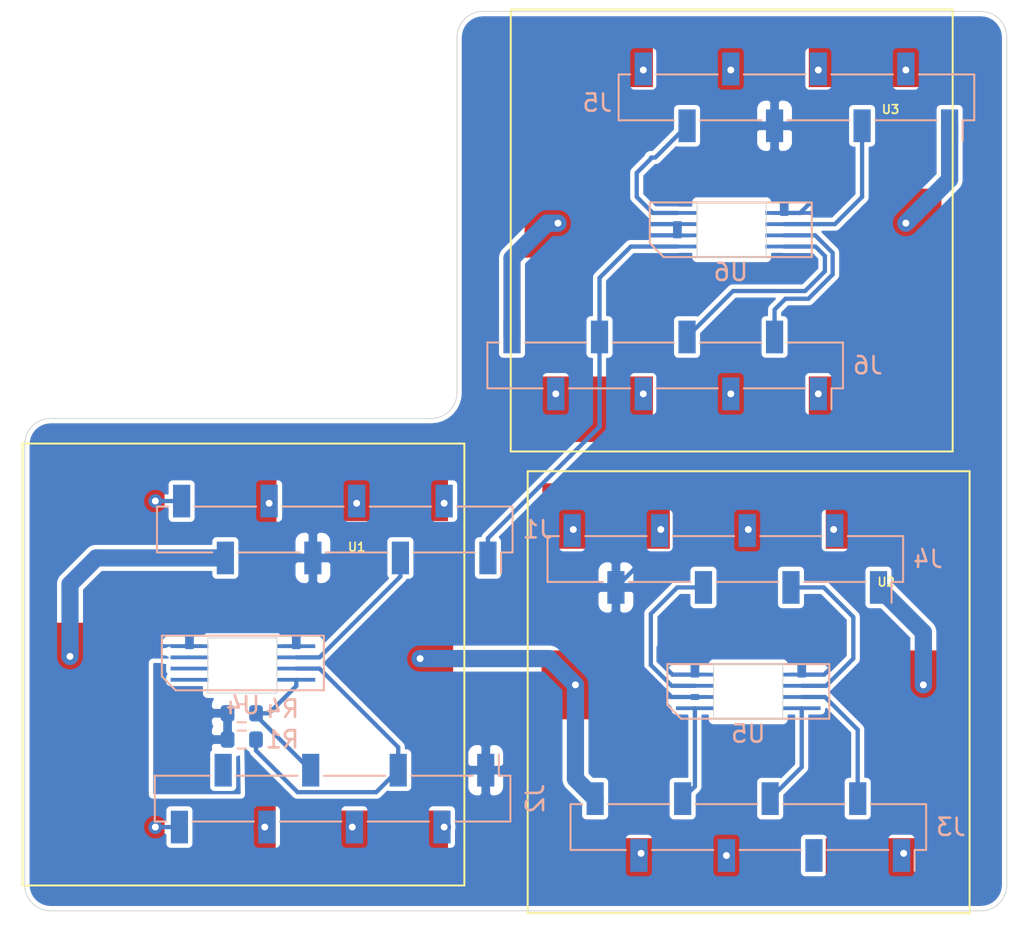
<source format=kicad_pcb>
(kicad_pcb (version 20171130) (host pcbnew "(5.1.12)-1")

  (general
    (thickness 0.8)
    (drawings 30)
    (tracks 140)
    (zones 0)
    (modules 14)
    (nets 28)
  )

  (page A4)
  (layers
    (0 F.Cu signal)
    (31 B.Cu signal)
    (32 B.Adhes user hide)
    (33 F.Adhes user hide)
    (34 B.Paste user hide)
    (35 F.Paste user hide)
    (36 B.SilkS user)
    (37 F.SilkS user)
    (38 B.Mask user hide)
    (39 F.Mask user hide)
    (40 Dwgs.User user)
    (41 Cmts.User user)
    (42 Eco1.User user hide)
    (43 Eco2.User user hide)
    (44 Edge.Cuts user)
    (45 Margin user hide)
    (46 B.CrtYd user)
    (47 F.CrtYd user)
    (48 B.Fab user hide)
    (49 F.Fab user hide)
  )

  (setup
    (last_trace_width 0.25)
    (user_trace_width 0.5)
    (user_trace_width 1)
    (user_trace_width 2)
    (trace_clearance 0.2)
    (zone_clearance 0.254)
    (zone_45_only no)
    (trace_min 0.1524)
    (via_size 0.8)
    (via_drill 0.4)
    (via_min_size 0.508)
    (via_min_drill 0.254)
    (uvia_size 0.3)
    (uvia_drill 0.1)
    (uvias_allowed no)
    (uvia_min_size 0.2)
    (uvia_min_drill 0.1)
    (edge_width 0.05)
    (segment_width 0.2)
    (pcb_text_width 0.3)
    (pcb_text_size 1.5 1.5)
    (mod_edge_width 0.1)
    (mod_text_size 0.5 0.5)
    (mod_text_width 0.1)
    (pad_size 0.8 0.95)
    (pad_drill 0)
    (pad_to_mask_clearance 0)
    (aux_axis_origin 171.958 68.707)
    (visible_elements 7FFFF7FF)
    (pcbplotparams
      (layerselection 0x010fc_ffffffff)
      (usegerberextensions false)
      (usegerberattributes true)
      (usegerberadvancedattributes true)
      (creategerberjobfile true)
      (excludeedgelayer true)
      (linewidth 0.100000)
      (plotframeref false)
      (viasonmask false)
      (mode 1)
      (useauxorigin false)
      (hpglpennumber 1)
      (hpglpenspeed 20)
      (hpglpendiameter 15.000000)
      (psnegative false)
      (psa4output false)
      (plotreference true)
      (plotvalue true)
      (plotinvisibletext false)
      (padsonsilk false)
      (subtractmaskfromsilk false)
      (outputformat 1)
      (mirror false)
      (drillshape 0)
      (scaleselection 1)
      (outputdirectory "gerbers/"))
  )

  (net 0 "")
  (net 1 SCL)
  (net 2 SDA)
  (net 3 GND)
  (net 4 CP)
  (net 5 +5V)
  (net 6 ALERT1)
  (net 7 ALERT2)
  (net 8 ALERT3)
  (net 9 CELL_3)
  (net 10 CELL_2)
  (net 11 CELL_1)
  (net 12 CELL_4)
  (net 13 CELL_5)
  (net 14 CELL_6)
  (net 15 CELL_10)
  (net 16 CELL_11)
  (net 17 CELL_12)
  (net 18 CELL_7)
  (net 19 CELL_8)
  (net 20 CELL_9)
  (net 21 CELL_17)
  (net 22 CELL_14)
  (net 23 CELL_18)
  (net 24 CELL_16)
  (net 25 CELL_15)
  (net 26 CELL_13)
  (net 27 VDD)

  (net_class Default "This is the default net class."
    (clearance 0.2)
    (trace_width 0.25)
    (via_dia 0.8)
    (via_drill 0.4)
    (uvia_dia 0.3)
    (uvia_drill 0.1)
    (add_net +5V)
    (add_net ALERT1)
    (add_net ALERT2)
    (add_net ALERT3)
    (add_net CELL_1)
    (add_net CELL_10)
    (add_net CELL_11)
    (add_net CELL_12)
    (add_net CELL_13)
    (add_net CELL_14)
    (add_net CELL_15)
    (add_net CELL_16)
    (add_net CELL_17)
    (add_net CELL_18)
    (add_net CELL_2)
    (add_net CELL_3)
    (add_net CELL_4)
    (add_net CELL_5)
    (add_net CELL_6)
    (add_net CELL_7)
    (add_net CELL_8)
    (add_net CELL_9)
    (add_net CP)
    (add_net GND)
    (add_net SCL)
    (add_net SDA)
    (add_net VDD)
  )

  (module Perovskite:Perovskite (layer F.Cu) (tedit 6368C0DA) (tstamp 6369A589)
    (at 171.86372 70.19572)
    (path /636879E9)
    (fp_text reference U1 (at 19.39828 6.00428) (layer F.SilkS)
      (effects (font (size 0.5 0.5) (thickness 0.1)))
    )
    (fp_text value Perovskite_CP_6_Cell (at 11.52428 7.14728) (layer F.Fab)
      (effects (font (size 1 1) (thickness 0.15)))
    )
    (fp_line (start 0 0) (end 25.65 0) (layer F.SilkS) (width 0.12))
    (fp_line (start 0 25.65) (end 25.65 25.65) (layer F.SilkS) (width 0.12))
    (fp_line (start 25.65 0) (end 25.65 25.65) (layer F.SilkS) (width 0.12))
    (fp_line (start 0 0) (end 0 25.65) (layer F.SilkS) (width 0.12))
    (fp_line (start 0 0) (end 25.65 25.65) (layer Eco1.User) (width 0.12))
    (fp_line (start 0 25.65) (end 25.65 0) (layer Eco1.User) (width 0.12))
    (pad 1 smd rect (at 4.55 2.6) (size 7.4 3.8) (layers F.Cu F.Paste F.Mask)
      (net 11 CELL_1))
    (pad 3 smd rect (at 21 2.6) (size 7.4 3.8) (layers F.Cu F.Paste F.Mask)
      (net 9 CELL_3))
    (pad 4 smd rect (at 21 23.2) (size 7.4 3.8) (layers F.Cu F.Paste F.Mask)
      (net 12 CELL_4))
    (pad 6 smd rect (at 4.55 23.2) (size 7.4 3.8) (layers F.Cu F.Paste F.Mask)
      (net 14 CELL_6))
    (pad 2 smd rect (at 12.75 2.7) (size 4 4) (layers F.Cu F.Paste F.Mask)
      (net 10 CELL_2))
    (pad 5 smd rect (at 12.7 23) (size 4 4) (layers F.Cu F.Paste F.Mask)
      (net 13 CELL_5))
    (pad 7 smd rect (at 2.8 12.4) (size 4 4) (layers F.Cu F.Paste F.Mask)
      (net 4 CP))
    (pad 7 smd rect (at 23 12.4) (size 4 4) (layers F.Cu F.Paste F.Mask)
      (net 4 CP))
  )

  (module Perovskite:Perovskite (layer F.Cu) (tedit 6368C0DA) (tstamp 6369332D)
    (at 200.20696 45.004)
    (path /63690578)
    (fp_text reference U3 (at 22.04304 5.796) (layer F.SilkS)
      (effects (font (size 0.5 0.5) (thickness 0.1)))
    )
    (fp_text value Perovskite_CP_6_Cell (at 12.51804 5.923) (layer F.Fab)
      (effects (font (size 1 1) (thickness 0.15)))
    )
    (fp_line (start 0 25.65) (end 25.65 0) (layer Eco1.User) (width 0.12))
    (fp_line (start 0 0) (end 25.65 25.65) (layer Eco1.User) (width 0.12))
    (fp_line (start 0 0) (end 0 25.65) (layer F.SilkS) (width 0.12))
    (fp_line (start 25.65 0) (end 25.65 25.65) (layer F.SilkS) (width 0.12))
    (fp_line (start 0 25.65) (end 25.65 25.65) (layer F.SilkS) (width 0.12))
    (fp_line (start 0 0) (end 25.65 0) (layer F.SilkS) (width 0.12))
    (pad 7 smd rect (at 23 12.4) (size 4 4) (layers F.Cu F.Paste F.Mask)
      (net 4 CP))
    (pad 7 smd rect (at 2.8 12.4) (size 4 4) (layers F.Cu F.Paste F.Mask)
      (net 4 CP))
    (pad 5 smd rect (at 12.7 23) (size 4 4) (layers F.Cu F.Paste F.Mask)
      (net 21 CELL_17))
    (pad 2 smd rect (at 12.75 2.7) (size 4 4) (layers F.Cu F.Paste F.Mask)
      (net 22 CELL_14))
    (pad 6 smd rect (at 4.55 23.2) (size 7.4 3.8) (layers F.Cu F.Paste F.Mask)
      (net 23 CELL_18))
    (pad 4 smd rect (at 21 23.2) (size 7.4 3.8) (layers F.Cu F.Paste F.Mask)
      (net 24 CELL_16))
    (pad 3 smd rect (at 21 2.6) (size 7.4 3.8) (layers F.Cu F.Paste F.Mask)
      (net 25 CELL_15))
    (pad 1 smd rect (at 4.55 2.6) (size 7.4 3.8) (layers F.Cu F.Paste F.Mask)
      (net 26 CELL_13))
  )

  (module Resistor_SMD:R_0603_1608Metric (layer B.Cu) (tedit 5F68FEEE) (tstamp 636C850C)
    (at 184.595 85.852)
    (descr "Resistor SMD 0603 (1608 Metric), square (rectangular) end terminal, IPC_7351 nominal, (Body size source: IPC-SM-782 page 72, https://www.pcb-3d.com/wordpress/wp-content/uploads/ipc-sm-782a_amendment_1_and_2.pdf), generated with kicad-footprint-generator")
    (tags resistor)
    (path /636A7063)
    (attr smd)
    (fp_text reference R4 (at 2.349 -0.254) (layer B.SilkS)
      (effects (font (size 1 1) (thickness 0.15)) (justify mirror))
    )
    (fp_text value R (at 0 -1.43 180) (layer B.Fab)
      (effects (font (size 1 1) (thickness 0.15)) (justify mirror))
    )
    (fp_line (start 1.48 -0.73) (end -1.48 -0.73) (layer B.CrtYd) (width 0.05))
    (fp_line (start 1.48 0.73) (end 1.48 -0.73) (layer B.CrtYd) (width 0.05))
    (fp_line (start -1.48 0.73) (end 1.48 0.73) (layer B.CrtYd) (width 0.05))
    (fp_line (start -1.48 -0.73) (end -1.48 0.73) (layer B.CrtYd) (width 0.05))
    (fp_line (start -0.237258 -0.5225) (end 0.237258 -0.5225) (layer B.SilkS) (width 0.12))
    (fp_line (start -0.237258 0.5225) (end 0.237258 0.5225) (layer B.SilkS) (width 0.12))
    (fp_line (start 0.8 -0.4125) (end -0.8 -0.4125) (layer B.Fab) (width 0.1))
    (fp_line (start 0.8 0.4125) (end 0.8 -0.4125) (layer B.Fab) (width 0.1))
    (fp_line (start -0.8 0.4125) (end 0.8 0.4125) (layer B.Fab) (width 0.1))
    (fp_line (start -0.8 -0.4125) (end -0.8 0.4125) (layer B.Fab) (width 0.1))
    (fp_text user %R (at 0 0 180) (layer B.Fab)
      (effects (font (size 0.4 0.4) (thickness 0.06)) (justify mirror))
    )
    (pad 2 smd roundrect (at 0.825 0) (size 0.8 0.95) (layers B.Cu B.Paste B.Mask) (roundrect_rratio 0.25)
      (net 2 SDA))
    (pad 1 smd roundrect (at -0.825 0) (size 0.8 0.95) (layers B.Cu B.Paste B.Mask) (roundrect_rratio 0.25)
      (net 5 +5V))
    (model ${KISYS3DMOD}/Resistor_SMD.3dshapes/R_0603_1608Metric.wrl
      (at (xyz 0 0 0))
      (scale (xyz 1 1 1))
      (rotate (xyz 0 0 0))
    )
  )

  (module Resistor_SMD:R_0603_1608Metric (layer B.Cu) (tedit 5F68FEEE) (tstamp 636C853C)
    (at 184.595 87.376 180)
    (descr "Resistor SMD 0603 (1608 Metric), square (rectangular) end terminal, IPC_7351 nominal, (Body size source: IPC-SM-782 page 72, https://www.pcb-3d.com/wordpress/wp-content/uploads/ipc-sm-782a_amendment_1_and_2.pdf), generated with kicad-footprint-generator")
    (tags resistor)
    (path /636A82B0)
    (attr smd)
    (fp_text reference R1 (at -2.349 0) (layer B.SilkS)
      (effects (font (size 1 1) (thickness 0.15)) (justify mirror))
    )
    (fp_text value R (at 0 -1.43 180) (layer B.Fab)
      (effects (font (size 1 1) (thickness 0.15)) (justify mirror))
    )
    (fp_line (start 1.48 -0.73) (end -1.48 -0.73) (layer B.CrtYd) (width 0.05))
    (fp_line (start 1.48 0.73) (end 1.48 -0.73) (layer B.CrtYd) (width 0.05))
    (fp_line (start -1.48 0.73) (end 1.48 0.73) (layer B.CrtYd) (width 0.05))
    (fp_line (start -1.48 -0.73) (end -1.48 0.73) (layer B.CrtYd) (width 0.05))
    (fp_line (start -0.237258 -0.5225) (end 0.237258 -0.5225) (layer B.SilkS) (width 0.12))
    (fp_line (start -0.237258 0.5225) (end 0.237258 0.5225) (layer B.SilkS) (width 0.12))
    (fp_line (start 0.8 -0.4125) (end -0.8 -0.4125) (layer B.Fab) (width 0.1))
    (fp_line (start 0.8 0.4125) (end 0.8 -0.4125) (layer B.Fab) (width 0.1))
    (fp_line (start -0.8 0.4125) (end 0.8 0.4125) (layer B.Fab) (width 0.1))
    (fp_line (start -0.8 -0.4125) (end -0.8 0.4125) (layer B.Fab) (width 0.1))
    (fp_text user %R (at 0 0 180) (layer B.Fab)
      (effects (font (size 0.4 0.4) (thickness 0.06)) (justify mirror))
    )
    (pad 2 smd roundrect (at 0.825 0 180) (size 0.8 0.95) (layers B.Cu B.Paste B.Mask) (roundrect_rratio 0.25)
      (net 5 +5V))
    (pad 1 smd roundrect (at -0.825 0 180) (size 0.8 0.95) (layers B.Cu B.Paste B.Mask) (roundrect_rratio 0.25)
      (net 1 SCL))
    (model ${KISYS3DMOD}/Resistor_SMD.3dshapes/R_0603_1608Metric.wrl
      (at (xyz 0 0 0))
      (scale (xyz 1 1 1))
      (rotate (xyz 0 0 0))
    )
  )

  (module Perovskite:Perovskite (layer F.Cu) (tedit 6368C0DA) (tstamp 6369331B)
    (at 201.19056 71.801)
    (path /6368D231)
    (fp_text reference U2 (at 20.80544 6.431) (layer F.SilkS)
      (effects (font (size 0.5 0.5) (thickness 0.1)))
    )
    (fp_text value Perovskite_CP_6_Cell (at 11.15344 6.304) (layer F.Fab)
      (effects (font (size 1 1) (thickness 0.15)))
    )
    (fp_line (start 0 0) (end 25.65 0) (layer F.SilkS) (width 0.12))
    (fp_line (start 0 25.65) (end 25.65 25.65) (layer F.SilkS) (width 0.12))
    (fp_line (start 25.65 0) (end 25.65 25.65) (layer F.SilkS) (width 0.12))
    (fp_line (start 0 0) (end 0 25.65) (layer F.SilkS) (width 0.12))
    (fp_line (start 0 0) (end 25.65 25.65) (layer Eco1.User) (width 0.12))
    (fp_line (start 0 25.65) (end 25.65 0) (layer Eco1.User) (width 0.12))
    (pad 1 smd rect (at 4.55 2.6) (size 7.4 3.8) (layers F.Cu F.Paste F.Mask)
      (net 18 CELL_7))
    (pad 3 smd rect (at 21 2.6) (size 7.4 3.8) (layers F.Cu F.Paste F.Mask)
      (net 20 CELL_9))
    (pad 4 smd rect (at 21 23.2) (size 7.4 3.8) (layers F.Cu F.Paste F.Mask)
      (net 15 CELL_10))
    (pad 6 smd rect (at 4.55 23.2) (size 7.4 3.8) (layers F.Cu F.Paste F.Mask)
      (net 17 CELL_12))
    (pad 2 smd rect (at 12.75 2.7) (size 4 4) (layers F.Cu F.Paste F.Mask)
      (net 19 CELL_8))
    (pad 5 smd rect (at 12.7 23) (size 4 4) (layers F.Cu F.Paste F.Mask)
      (net 16 CELL_11))
    (pad 7 smd rect (at 2.8 12.4) (size 4 4) (layers F.Cu F.Paste F.Mask)
      (net 4 CP))
    (pad 7 smd rect (at 23 12.4) (size 4 4) (layers F.Cu F.Paste F.Mask)
      (net 4 CP))
  )

  (module Connector_PinSocket_2.54mm:PinSocket_1x08_P2.54mm_Vertical_SMD_Pin1Left (layer B.Cu) (tedit 5A19A42F) (tstamp 636C73D4)
    (at 189.992 75.185 90)
    (descr "surface-mounted straight socket strip, 1x08, 2.54mm pitch, single row, style 1 (pin 1 left) (https://cdn.harwin.com/pdfs/M20-786.pdf), script generated")
    (tags "Surface mounted socket strip SMD 1x08 2.54mm single row style1 pin1 left")
    (path /636D4303)
    (attr smd)
    (fp_text reference J1 (at 0 11.76 180) (layer B.SilkS)
      (effects (font (size 1 1) (thickness 0.15)) (justify mirror))
    )
    (fp_text value Conn_01x08 (at 0 -11.76 90) (layer B.Fab)
      (effects (font (size 1 1) (thickness 0.15)) (justify mirror))
    )
    (fp_line (start -1.33 10.32) (end 1.33 10.32) (layer B.SilkS) (width 0.12))
    (fp_line (start 1.33 10.32) (end 1.33 7.11) (layer B.SilkS) (width 0.12))
    (fp_line (start 1.33 5.59) (end 1.33 2.03) (layer B.SilkS) (width 0.12))
    (fp_line (start 1.33 0.51) (end 1.33 -3.05) (layer B.SilkS) (width 0.12))
    (fp_line (start 1.33 -4.57) (end 1.33 -8.13) (layer B.SilkS) (width 0.12))
    (fp_line (start 1.33 -9.65) (end 1.33 -10.32) (layer B.SilkS) (width 0.12))
    (fp_line (start -1.33 -10.32) (end 1.33 -10.32) (layer B.SilkS) (width 0.12))
    (fp_line (start -1.33 10.32) (end -1.33 9.65) (layer B.SilkS) (width 0.12))
    (fp_line (start -1.33 8.13) (end -1.33 4.57) (layer B.SilkS) (width 0.12))
    (fp_line (start -1.33 3.05) (end -1.33 -0.51) (layer B.SilkS) (width 0.12))
    (fp_line (start -1.33 -2.03) (end -1.33 -5.59) (layer B.SilkS) (width 0.12))
    (fp_line (start -1.33 -7.11) (end -1.33 -10.32) (layer B.SilkS) (width 0.12))
    (fp_line (start -2.54 9.65) (end -1.33 9.65) (layer B.SilkS) (width 0.12))
    (fp_line (start -0.635 10.26) (end 1.27 10.26) (layer B.Fab) (width 0.1))
    (fp_line (start 1.27 10.26) (end 1.27 -10.26) (layer B.Fab) (width 0.1))
    (fp_line (start 1.27 -10.26) (end -1.27 -10.26) (layer B.Fab) (width 0.1))
    (fp_line (start -1.27 -10.26) (end -1.27 9.625) (layer B.Fab) (width 0.1))
    (fp_line (start -1.27 9.625) (end -0.635 10.26) (layer B.Fab) (width 0.1))
    (fp_line (start -2.27 9.19) (end -1.27 9.19) (layer B.Fab) (width 0.1))
    (fp_line (start -1.27 8.59) (end -2.27 8.59) (layer B.Fab) (width 0.1))
    (fp_line (start -2.27 8.59) (end -2.27 9.19) (layer B.Fab) (width 0.1))
    (fp_line (start 1.27 6.65) (end 2.27 6.65) (layer B.Fab) (width 0.1))
    (fp_line (start 2.27 6.65) (end 2.27 6.05) (layer B.Fab) (width 0.1))
    (fp_line (start 2.27 6.05) (end 1.27 6.05) (layer B.Fab) (width 0.1))
    (fp_line (start -2.27 4.11) (end -1.27 4.11) (layer B.Fab) (width 0.1))
    (fp_line (start -1.27 3.51) (end -2.27 3.51) (layer B.Fab) (width 0.1))
    (fp_line (start -2.27 3.51) (end -2.27 4.11) (layer B.Fab) (width 0.1))
    (fp_line (start 1.27 1.57) (end 2.27 1.57) (layer B.Fab) (width 0.1))
    (fp_line (start 2.27 1.57) (end 2.27 0.97) (layer B.Fab) (width 0.1))
    (fp_line (start 2.27 0.97) (end 1.27 0.97) (layer B.Fab) (width 0.1))
    (fp_line (start -2.27 -0.97) (end -1.27 -0.97) (layer B.Fab) (width 0.1))
    (fp_line (start -1.27 -1.57) (end -2.27 -1.57) (layer B.Fab) (width 0.1))
    (fp_line (start -2.27 -1.57) (end -2.27 -0.97) (layer B.Fab) (width 0.1))
    (fp_line (start 1.27 -3.51) (end 2.27 -3.51) (layer B.Fab) (width 0.1))
    (fp_line (start 2.27 -3.51) (end 2.27 -4.11) (layer B.Fab) (width 0.1))
    (fp_line (start 2.27 -4.11) (end 1.27 -4.11) (layer B.Fab) (width 0.1))
    (fp_line (start -2.27 -6.05) (end -1.27 -6.05) (layer B.Fab) (width 0.1))
    (fp_line (start -1.27 -6.65) (end -2.27 -6.65) (layer B.Fab) (width 0.1))
    (fp_line (start -2.27 -6.65) (end -2.27 -6.05) (layer B.Fab) (width 0.1))
    (fp_line (start 1.27 -8.59) (end 2.27 -8.59) (layer B.Fab) (width 0.1))
    (fp_line (start 2.27 -8.59) (end 2.27 -9.19) (layer B.Fab) (width 0.1))
    (fp_line (start 2.27 -9.19) (end 1.27 -9.19) (layer B.Fab) (width 0.1))
    (fp_line (start -3.1 10.8) (end 3.1 10.8) (layer B.CrtYd) (width 0.05))
    (fp_line (start 3.1 10.8) (end 3.1 -10.75) (layer B.CrtYd) (width 0.05))
    (fp_line (start 3.1 -10.75) (end -3.1 -10.75) (layer B.CrtYd) (width 0.05))
    (fp_line (start -3.1 -10.75) (end -3.1 10.8) (layer B.CrtYd) (width 0.05))
    (fp_text user %R (at 0 0 180) (layer B.Fab)
      (effects (font (size 1 1) (thickness 0.15)) (justify mirror))
    )
    (pad 1 smd rect (at -1.65 8.89 90) (size 1.9 1) (layers B.Cu B.Paste B.Mask)
      (net 27 VDD))
    (pad 3 smd rect (at -1.65 3.81 90) (size 1.9 1) (layers B.Cu B.Paste B.Mask)
      (net 6 ALERT1))
    (pad 5 smd rect (at -1.65 -1.27 90) (size 1.9 1) (layers B.Cu B.Paste B.Mask)
      (net 3 GND))
    (pad 7 smd rect (at -1.65 -6.35 90) (size 1.9 1) (layers B.Cu B.Paste B.Mask)
      (net 4 CP))
    (pad 2 smd rect (at 1.65 6.35 90) (size 1.9 1) (layers B.Cu B.Paste B.Mask)
      (net 9 CELL_3))
    (pad 4 smd rect (at 1.65 1.27 90) (size 1.9 1) (layers B.Cu B.Paste B.Mask)
      (net 9 CELL_3))
    (pad 6 smd rect (at 1.65 -3.81 90) (size 1.9 1) (layers B.Cu B.Paste B.Mask)
      (net 10 CELL_2))
    (pad 8 smd rect (at 1.65 -8.89 90) (size 1.9 1) (layers B.Cu B.Paste B.Mask)
      (net 11 CELL_1))
    (model "${KIPRJMOD}/KiCAD Parts/Male SMD Headers TSM-108-01-T-SV/TSM-108-01-T-SV.stp"
      (offset (xyz 0 0 1.3))
      (scale (xyz 1 1 1))
      (rotate (xyz -90 0 90))
    )
  )

  (module Connector_PinSocket_2.54mm:PinSocket_1x08_P2.54mm_Vertical_SMD_Pin1Left (layer B.Cu) (tedit 5A19A42F) (tstamp 636C744A)
    (at 213.995 92.455 90)
    (descr "surface-mounted straight socket strip, 1x08, 2.54mm pitch, single row, style 1 (pin 1 left) (https://cdn.harwin.com/pdfs/M20-786.pdf), script generated")
    (tags "Surface mounted socket strip SMD 1x08 2.54mm single row style1 pin1 left")
    (path /636D5BFB)
    (attr smd)
    (fp_text reference J3 (at 0 11.76 180) (layer B.SilkS)
      (effects (font (size 1 1) (thickness 0.15)) (justify mirror))
    )
    (fp_text value Conn_01x08 (at 0 -11.76 90) (layer B.Fab)
      (effects (font (size 1 1) (thickness 0.15)) (justify mirror))
    )
    (fp_line (start -1.33 10.32) (end 1.33 10.32) (layer B.SilkS) (width 0.12))
    (fp_line (start 1.33 10.32) (end 1.33 7.11) (layer B.SilkS) (width 0.12))
    (fp_line (start 1.33 5.59) (end 1.33 2.03) (layer B.SilkS) (width 0.12))
    (fp_line (start 1.33 0.51) (end 1.33 -3.05) (layer B.SilkS) (width 0.12))
    (fp_line (start 1.33 -4.57) (end 1.33 -8.13) (layer B.SilkS) (width 0.12))
    (fp_line (start 1.33 -9.65) (end 1.33 -10.32) (layer B.SilkS) (width 0.12))
    (fp_line (start -1.33 -10.32) (end 1.33 -10.32) (layer B.SilkS) (width 0.12))
    (fp_line (start -1.33 10.32) (end -1.33 9.65) (layer B.SilkS) (width 0.12))
    (fp_line (start -1.33 8.13) (end -1.33 4.57) (layer B.SilkS) (width 0.12))
    (fp_line (start -1.33 3.05) (end -1.33 -0.51) (layer B.SilkS) (width 0.12))
    (fp_line (start -1.33 -2.03) (end -1.33 -5.59) (layer B.SilkS) (width 0.12))
    (fp_line (start -1.33 -7.11) (end -1.33 -10.32) (layer B.SilkS) (width 0.12))
    (fp_line (start -2.54 9.65) (end -1.33 9.65) (layer B.SilkS) (width 0.12))
    (fp_line (start -0.635 10.26) (end 1.27 10.26) (layer B.Fab) (width 0.1))
    (fp_line (start 1.27 10.26) (end 1.27 -10.26) (layer B.Fab) (width 0.1))
    (fp_line (start 1.27 -10.26) (end -1.27 -10.26) (layer B.Fab) (width 0.1))
    (fp_line (start -1.27 -10.26) (end -1.27 9.625) (layer B.Fab) (width 0.1))
    (fp_line (start -1.27 9.625) (end -0.635 10.26) (layer B.Fab) (width 0.1))
    (fp_line (start -2.27 9.19) (end -1.27 9.19) (layer B.Fab) (width 0.1))
    (fp_line (start -1.27 8.59) (end -2.27 8.59) (layer B.Fab) (width 0.1))
    (fp_line (start -2.27 8.59) (end -2.27 9.19) (layer B.Fab) (width 0.1))
    (fp_line (start 1.27 6.65) (end 2.27 6.65) (layer B.Fab) (width 0.1))
    (fp_line (start 2.27 6.65) (end 2.27 6.05) (layer B.Fab) (width 0.1))
    (fp_line (start 2.27 6.05) (end 1.27 6.05) (layer B.Fab) (width 0.1))
    (fp_line (start -2.27 4.11) (end -1.27 4.11) (layer B.Fab) (width 0.1))
    (fp_line (start -1.27 3.51) (end -2.27 3.51) (layer B.Fab) (width 0.1))
    (fp_line (start -2.27 3.51) (end -2.27 4.11) (layer B.Fab) (width 0.1))
    (fp_line (start 1.27 1.57) (end 2.27 1.57) (layer B.Fab) (width 0.1))
    (fp_line (start 2.27 1.57) (end 2.27 0.97) (layer B.Fab) (width 0.1))
    (fp_line (start 2.27 0.97) (end 1.27 0.97) (layer B.Fab) (width 0.1))
    (fp_line (start -2.27 -0.97) (end -1.27 -0.97) (layer B.Fab) (width 0.1))
    (fp_line (start -1.27 -1.57) (end -2.27 -1.57) (layer B.Fab) (width 0.1))
    (fp_line (start -2.27 -1.57) (end -2.27 -0.97) (layer B.Fab) (width 0.1))
    (fp_line (start 1.27 -3.51) (end 2.27 -3.51) (layer B.Fab) (width 0.1))
    (fp_line (start 2.27 -3.51) (end 2.27 -4.11) (layer B.Fab) (width 0.1))
    (fp_line (start 2.27 -4.11) (end 1.27 -4.11) (layer B.Fab) (width 0.1))
    (fp_line (start -2.27 -6.05) (end -1.27 -6.05) (layer B.Fab) (width 0.1))
    (fp_line (start -1.27 -6.65) (end -2.27 -6.65) (layer B.Fab) (width 0.1))
    (fp_line (start -2.27 -6.65) (end -2.27 -6.05) (layer B.Fab) (width 0.1))
    (fp_line (start 1.27 -8.59) (end 2.27 -8.59) (layer B.Fab) (width 0.1))
    (fp_line (start 2.27 -8.59) (end 2.27 -9.19) (layer B.Fab) (width 0.1))
    (fp_line (start 2.27 -9.19) (end 1.27 -9.19) (layer B.Fab) (width 0.1))
    (fp_line (start -3.1 10.8) (end 3.1 10.8) (layer B.CrtYd) (width 0.05))
    (fp_line (start 3.1 10.8) (end 3.1 -10.75) (layer B.CrtYd) (width 0.05))
    (fp_line (start 3.1 -10.75) (end -3.1 -10.75) (layer B.CrtYd) (width 0.05))
    (fp_line (start -3.1 -10.75) (end -3.1 10.8) (layer B.CrtYd) (width 0.05))
    (fp_text user %R (at 0 0 180) (layer B.Fab)
      (effects (font (size 1 1) (thickness 0.15)) (justify mirror))
    )
    (pad 1 smd rect (at -1.65 8.89 90) (size 1.9 1) (layers B.Cu B.Paste B.Mask)
      (net 15 CELL_10))
    (pad 3 smd rect (at -1.65 3.81 90) (size 1.9 1) (layers B.Cu B.Paste B.Mask))
    (pad 5 smd rect (at -1.65 -1.27 90) (size 1.9 1) (layers B.Cu B.Paste B.Mask)
      (net 16 CELL_11))
    (pad 7 smd rect (at -1.65 -6.35 90) (size 1.9 1) (layers B.Cu B.Paste B.Mask)
      (net 17 CELL_12))
    (pad 2 smd rect (at 1.65 6.35 90) (size 1.9 1) (layers B.Cu B.Paste B.Mask)
      (net 1 SCL))
    (pad 4 smd rect (at 1.65 1.27 90) (size 1.9 1) (layers B.Cu B.Paste B.Mask)
      (net 2 SDA))
    (pad 6 smd rect (at 1.65 -3.81 90) (size 1.9 1) (layers B.Cu B.Paste B.Mask)
      (net 27 VDD))
    (pad 8 smd rect (at 1.65 -8.89 90) (size 1.9 1) (layers B.Cu B.Paste B.Mask)
      (net 4 CP))
    (model "${KIPRJMOD}/KiCAD Parts/Male SMD Headers TSM-108-01-T-SV/TSM-108-01-T-SV.stp"
      (offset (xyz 0 0 1.35))
      (scale (xyz 1 1 1))
      (rotate (xyz -90 0 90))
    )
  )

  (module Connector_PinSocket_2.54mm:PinSocket_1x08_P2.54mm_Vertical_SMD_Pin1Left (layer B.Cu) (tedit 5A19A42F) (tstamp 636C7485)
    (at 212.6615 76.8975 90)
    (descr "surface-mounted straight socket strip, 1x08, 2.54mm pitch, single row, style 1 (pin 1 left) (https://cdn.harwin.com/pdfs/M20-786.pdf), script generated")
    (tags "Surface mounted socket strip SMD 1x08 2.54mm single row style1 pin1 left")
    (path /636D68B2)
    (attr smd)
    (fp_text reference J4 (at 0 11.76) (layer B.SilkS)
      (effects (font (size 1 1) (thickness 0.15)) (justify mirror))
    )
    (fp_text value Conn_01x08 (at 0 -11.76 90) (layer B.Fab)
      (effects (font (size 1 1) (thickness 0.15)) (justify mirror))
    )
    (fp_line (start -3.1 -10.75) (end -3.1 10.8) (layer B.CrtYd) (width 0.05))
    (fp_line (start 3.1 -10.75) (end -3.1 -10.75) (layer B.CrtYd) (width 0.05))
    (fp_line (start 3.1 10.8) (end 3.1 -10.75) (layer B.CrtYd) (width 0.05))
    (fp_line (start -3.1 10.8) (end 3.1 10.8) (layer B.CrtYd) (width 0.05))
    (fp_line (start 2.27 -9.19) (end 1.27 -9.19) (layer B.Fab) (width 0.1))
    (fp_line (start 2.27 -8.59) (end 2.27 -9.19) (layer B.Fab) (width 0.1))
    (fp_line (start 1.27 -8.59) (end 2.27 -8.59) (layer B.Fab) (width 0.1))
    (fp_line (start -2.27 -6.65) (end -2.27 -6.05) (layer B.Fab) (width 0.1))
    (fp_line (start -1.27 -6.65) (end -2.27 -6.65) (layer B.Fab) (width 0.1))
    (fp_line (start -2.27 -6.05) (end -1.27 -6.05) (layer B.Fab) (width 0.1))
    (fp_line (start 2.27 -4.11) (end 1.27 -4.11) (layer B.Fab) (width 0.1))
    (fp_line (start 2.27 -3.51) (end 2.27 -4.11) (layer B.Fab) (width 0.1))
    (fp_line (start 1.27 -3.51) (end 2.27 -3.51) (layer B.Fab) (width 0.1))
    (fp_line (start -2.27 -1.57) (end -2.27 -0.97) (layer B.Fab) (width 0.1))
    (fp_line (start -1.27 -1.57) (end -2.27 -1.57) (layer B.Fab) (width 0.1))
    (fp_line (start -2.27 -0.97) (end -1.27 -0.97) (layer B.Fab) (width 0.1))
    (fp_line (start 2.27 0.97) (end 1.27 0.97) (layer B.Fab) (width 0.1))
    (fp_line (start 2.27 1.57) (end 2.27 0.97) (layer B.Fab) (width 0.1))
    (fp_line (start 1.27 1.57) (end 2.27 1.57) (layer B.Fab) (width 0.1))
    (fp_line (start -2.27 3.51) (end -2.27 4.11) (layer B.Fab) (width 0.1))
    (fp_line (start -1.27 3.51) (end -2.27 3.51) (layer B.Fab) (width 0.1))
    (fp_line (start -2.27 4.11) (end -1.27 4.11) (layer B.Fab) (width 0.1))
    (fp_line (start 2.27 6.05) (end 1.27 6.05) (layer B.Fab) (width 0.1))
    (fp_line (start 2.27 6.65) (end 2.27 6.05) (layer B.Fab) (width 0.1))
    (fp_line (start 1.27 6.65) (end 2.27 6.65) (layer B.Fab) (width 0.1))
    (fp_line (start -2.27 8.59) (end -2.27 9.19) (layer B.Fab) (width 0.1))
    (fp_line (start -1.27 8.59) (end -2.27 8.59) (layer B.Fab) (width 0.1))
    (fp_line (start -2.27 9.19) (end -1.27 9.19) (layer B.Fab) (width 0.1))
    (fp_line (start -1.27 9.625) (end -0.635 10.26) (layer B.Fab) (width 0.1))
    (fp_line (start -1.27 -10.26) (end -1.27 9.625) (layer B.Fab) (width 0.1))
    (fp_line (start 1.27 -10.26) (end -1.27 -10.26) (layer B.Fab) (width 0.1))
    (fp_line (start 1.27 10.26) (end 1.27 -10.26) (layer B.Fab) (width 0.1))
    (fp_line (start -0.635 10.26) (end 1.27 10.26) (layer B.Fab) (width 0.1))
    (fp_line (start -2.54 9.65) (end -1.33 9.65) (layer B.SilkS) (width 0.12))
    (fp_line (start -1.33 -7.11) (end -1.33 -10.32) (layer B.SilkS) (width 0.12))
    (fp_line (start -1.33 -2.03) (end -1.33 -5.59) (layer B.SilkS) (width 0.12))
    (fp_line (start -1.33 3.05) (end -1.33 -0.51) (layer B.SilkS) (width 0.12))
    (fp_line (start -1.33 8.13) (end -1.33 4.57) (layer B.SilkS) (width 0.12))
    (fp_line (start -1.33 10.32) (end -1.33 9.65) (layer B.SilkS) (width 0.12))
    (fp_line (start -1.33 -10.32) (end 1.33 -10.32) (layer B.SilkS) (width 0.12))
    (fp_line (start 1.33 -9.65) (end 1.33 -10.32) (layer B.SilkS) (width 0.12))
    (fp_line (start 1.33 -4.57) (end 1.33 -8.13) (layer B.SilkS) (width 0.12))
    (fp_line (start 1.33 0.51) (end 1.33 -3.05) (layer B.SilkS) (width 0.12))
    (fp_line (start 1.33 5.59) (end 1.33 2.03) (layer B.SilkS) (width 0.12))
    (fp_line (start 1.33 10.32) (end 1.33 7.11) (layer B.SilkS) (width 0.12))
    (fp_line (start -1.33 10.32) (end 1.33 10.32) (layer B.SilkS) (width 0.12))
    (fp_text user %R (at 0 0 180) (layer B.Fab)
      (effects (font (size 1 1) (thickness 0.15)) (justify mirror))
    )
    (pad 8 smd rect (at 1.65 -8.89 90) (size 1.9 1) (layers B.Cu B.Paste B.Mask)
      (net 18 CELL_7))
    (pad 6 smd rect (at 1.65 -3.81 90) (size 1.9 1) (layers B.Cu B.Paste B.Mask)
      (net 18 CELL_7))
    (pad 4 smd rect (at 1.65 1.27 90) (size 1.9 1) (layers B.Cu B.Paste B.Mask)
      (net 19 CELL_8))
    (pad 2 smd rect (at 1.65 6.35 90) (size 1.9 1) (layers B.Cu B.Paste B.Mask)
      (net 20 CELL_9))
    (pad 7 smd rect (at -1.65 -6.35 90) (size 1.9 1) (layers B.Cu B.Paste B.Mask)
      (net 3 GND))
    (pad 5 smd rect (at -1.65 -1.27 90) (size 1.9 1) (layers B.Cu B.Paste B.Mask)
      (net 27 VDD))
    (pad 3 smd rect (at -1.65 3.81 90) (size 1.9 1) (layers B.Cu B.Paste B.Mask)
      (net 7 ALERT2))
    (pad 1 smd rect (at -1.65 8.89 90) (size 1.9 1) (layers B.Cu B.Paste B.Mask)
      (net 4 CP))
    (model "${KIPRJMOD}/KiCAD Parts/Male SMD Headers TSM-108-01-T-SV/TSM-108-01-T-SV.stp"
      (offset (xyz 0 0 1.35))
      (scale (xyz 1 1 1))
      (rotate (xyz -90 0 90))
    )
  )

  (module Connector_PinSocket_2.54mm:PinSocket_1x08_P2.54mm_Vertical_SMD_Pin1Left (layer B.Cu) (tedit 5A19A42F) (tstamp 636C74C0)
    (at 216.789 50.1005 90)
    (descr "surface-mounted straight socket strip, 1x08, 2.54mm pitch, single row, style 1 (pin 1 left) (https://cdn.harwin.com/pdfs/M20-786.pdf), script generated")
    (tags "Surface mounted socket strip SMD 1x08 2.54mm single row style1 pin1 left")
    (path /636D877C)
    (attr smd)
    (fp_text reference J5 (at -0.3185 -11.557 180) (layer B.SilkS)
      (effects (font (size 1 1) (thickness 0.15)) (justify mirror))
    )
    (fp_text value Conn_01x08 (at 0 -11.76 90) (layer B.Fab)
      (effects (font (size 1 1) (thickness 0.15)) (justify mirror))
    )
    (fp_line (start -1.33 10.32) (end 1.33 10.32) (layer B.SilkS) (width 0.12))
    (fp_line (start 1.33 10.32) (end 1.33 7.11) (layer B.SilkS) (width 0.12))
    (fp_line (start 1.33 5.59) (end 1.33 2.03) (layer B.SilkS) (width 0.12))
    (fp_line (start 1.33 0.51) (end 1.33 -3.05) (layer B.SilkS) (width 0.12))
    (fp_line (start 1.33 -4.57) (end 1.33 -8.13) (layer B.SilkS) (width 0.12))
    (fp_line (start 1.33 -9.65) (end 1.33 -10.32) (layer B.SilkS) (width 0.12))
    (fp_line (start -1.33 -10.32) (end 1.33 -10.32) (layer B.SilkS) (width 0.12))
    (fp_line (start -1.33 10.32) (end -1.33 9.65) (layer B.SilkS) (width 0.12))
    (fp_line (start -1.33 8.13) (end -1.33 4.57) (layer B.SilkS) (width 0.12))
    (fp_line (start -1.33 3.05) (end -1.33 -0.51) (layer B.SilkS) (width 0.12))
    (fp_line (start -1.33 -2.03) (end -1.33 -5.59) (layer B.SilkS) (width 0.12))
    (fp_line (start -1.33 -7.11) (end -1.33 -10.32) (layer B.SilkS) (width 0.12))
    (fp_line (start -2.54 9.65) (end -1.33 9.65) (layer B.SilkS) (width 0.12))
    (fp_line (start -0.635 10.26) (end 1.27 10.26) (layer B.Fab) (width 0.1))
    (fp_line (start 1.27 10.26) (end 1.27 -10.26) (layer B.Fab) (width 0.1))
    (fp_line (start 1.27 -10.26) (end -1.27 -10.26) (layer B.Fab) (width 0.1))
    (fp_line (start -1.27 -10.26) (end -1.27 9.625) (layer B.Fab) (width 0.1))
    (fp_line (start -1.27 9.625) (end -0.635 10.26) (layer B.Fab) (width 0.1))
    (fp_line (start -2.27 9.19) (end -1.27 9.19) (layer B.Fab) (width 0.1))
    (fp_line (start -1.27 8.59) (end -2.27 8.59) (layer B.Fab) (width 0.1))
    (fp_line (start -2.27 8.59) (end -2.27 9.19) (layer B.Fab) (width 0.1))
    (fp_line (start 1.27 6.65) (end 2.27 6.65) (layer B.Fab) (width 0.1))
    (fp_line (start 2.27 6.65) (end 2.27 6.05) (layer B.Fab) (width 0.1))
    (fp_line (start 2.27 6.05) (end 1.27 6.05) (layer B.Fab) (width 0.1))
    (fp_line (start -2.27 4.11) (end -1.27 4.11) (layer B.Fab) (width 0.1))
    (fp_line (start -1.27 3.51) (end -2.27 3.51) (layer B.Fab) (width 0.1))
    (fp_line (start -2.27 3.51) (end -2.27 4.11) (layer B.Fab) (width 0.1))
    (fp_line (start 1.27 1.57) (end 2.27 1.57) (layer B.Fab) (width 0.1))
    (fp_line (start 2.27 1.57) (end 2.27 0.97) (layer B.Fab) (width 0.1))
    (fp_line (start 2.27 0.97) (end 1.27 0.97) (layer B.Fab) (width 0.1))
    (fp_line (start -2.27 -0.97) (end -1.27 -0.97) (layer B.Fab) (width 0.1))
    (fp_line (start -1.27 -1.57) (end -2.27 -1.57) (layer B.Fab) (width 0.1))
    (fp_line (start -2.27 -1.57) (end -2.27 -0.97) (layer B.Fab) (width 0.1))
    (fp_line (start 1.27 -3.51) (end 2.27 -3.51) (layer B.Fab) (width 0.1))
    (fp_line (start 2.27 -3.51) (end 2.27 -4.11) (layer B.Fab) (width 0.1))
    (fp_line (start 2.27 -4.11) (end 1.27 -4.11) (layer B.Fab) (width 0.1))
    (fp_line (start -2.27 -6.05) (end -1.27 -6.05) (layer B.Fab) (width 0.1))
    (fp_line (start -1.27 -6.65) (end -2.27 -6.65) (layer B.Fab) (width 0.1))
    (fp_line (start -2.27 -6.65) (end -2.27 -6.05) (layer B.Fab) (width 0.1))
    (fp_line (start 1.27 -8.59) (end 2.27 -8.59) (layer B.Fab) (width 0.1))
    (fp_line (start 2.27 -8.59) (end 2.27 -9.19) (layer B.Fab) (width 0.1))
    (fp_line (start 2.27 -9.19) (end 1.27 -9.19) (layer B.Fab) (width 0.1))
    (fp_line (start -3.1 10.8) (end 3.1 10.8) (layer B.CrtYd) (width 0.05))
    (fp_line (start 3.1 10.8) (end 3.1 -10.75) (layer B.CrtYd) (width 0.05))
    (fp_line (start 3.1 -10.75) (end -3.1 -10.75) (layer B.CrtYd) (width 0.05))
    (fp_line (start -3.1 -10.75) (end -3.1 10.8) (layer B.CrtYd) (width 0.05))
    (fp_text user %R (at 0 0 180) (layer B.Fab)
      (effects (font (size 1 1) (thickness 0.15)) (justify mirror))
    )
    (pad 1 smd rect (at -1.65 8.89 90) (size 1.9 1) (layers B.Cu B.Paste B.Mask)
      (net 4 CP))
    (pad 3 smd rect (at -1.65 3.81 90) (size 1.9 1) (layers B.Cu B.Paste B.Mask)
      (net 8 ALERT3))
    (pad 5 smd rect (at -1.65 -1.27 90) (size 1.9 1) (layers B.Cu B.Paste B.Mask)
      (net 3 GND))
    (pad 7 smd rect (at -1.65 -6.35 90) (size 1.9 1) (layers B.Cu B.Paste B.Mask)
      (net 27 VDD))
    (pad 2 smd rect (at 1.65 6.35 90) (size 1.9 1) (layers B.Cu B.Paste B.Mask)
      (net 25 CELL_15))
    (pad 4 smd rect (at 1.65 1.27 90) (size 1.9 1) (layers B.Cu B.Paste B.Mask)
      (net 25 CELL_15))
    (pad 6 smd rect (at 1.65 -3.81 90) (size 1.9 1) (layers B.Cu B.Paste B.Mask)
      (net 22 CELL_14))
    (pad 8 smd rect (at 1.65 -8.89 90) (size 1.9 1) (layers B.Cu B.Paste B.Mask)
      (net 26 CELL_13))
    (model "${KIPRJMOD}/KiCAD Parts/Male SMD Headers TSM-108-01-T-SV/TSM-108-01-T-SV.stp"
      (offset (xyz 0 0 1.35))
      (scale (xyz 1 1 1))
      (rotate (xyz -90 0 -90))
    )
  )

  (module Connector_PinSocket_2.54mm:PinSocket_1x08_P2.54mm_Vertical_SMD_Pin1Left (layer B.Cu) (tedit 5A19A42F) (tstamp 636C74FB)
    (at 209.169 65.66 90)
    (descr "surface-mounted straight socket strip, 1x08, 2.54mm pitch, single row, style 1 (pin 1 left) (https://cdn.harwin.com/pdfs/M20-786.pdf), script generated")
    (tags "Surface mounted socket strip SMD 1x08 2.54mm single row style1 pin1 left")
    (path /636D8782)
    (attr smd)
    (fp_text reference J6 (at 0 11.76 180) (layer B.SilkS)
      (effects (font (size 1 1) (thickness 0.15)) (justify mirror))
    )
    (fp_text value Conn_01x08 (at 0 -11.76 90) (layer B.Fab)
      (effects (font (size 1 1) (thickness 0.15)) (justify mirror))
    )
    (fp_line (start -3.1 -10.75) (end -3.1 10.8) (layer B.CrtYd) (width 0.05))
    (fp_line (start 3.1 -10.75) (end -3.1 -10.75) (layer B.CrtYd) (width 0.05))
    (fp_line (start 3.1 10.8) (end 3.1 -10.75) (layer B.CrtYd) (width 0.05))
    (fp_line (start -3.1 10.8) (end 3.1 10.8) (layer B.CrtYd) (width 0.05))
    (fp_line (start 2.27 -9.19) (end 1.27 -9.19) (layer B.Fab) (width 0.1))
    (fp_line (start 2.27 -8.59) (end 2.27 -9.19) (layer B.Fab) (width 0.1))
    (fp_line (start 1.27 -8.59) (end 2.27 -8.59) (layer B.Fab) (width 0.1))
    (fp_line (start -2.27 -6.65) (end -2.27 -6.05) (layer B.Fab) (width 0.1))
    (fp_line (start -1.27 -6.65) (end -2.27 -6.65) (layer B.Fab) (width 0.1))
    (fp_line (start -2.27 -6.05) (end -1.27 -6.05) (layer B.Fab) (width 0.1))
    (fp_line (start 2.27 -4.11) (end 1.27 -4.11) (layer B.Fab) (width 0.1))
    (fp_line (start 2.27 -3.51) (end 2.27 -4.11) (layer B.Fab) (width 0.1))
    (fp_line (start 1.27 -3.51) (end 2.27 -3.51) (layer B.Fab) (width 0.1))
    (fp_line (start -2.27 -1.57) (end -2.27 -0.97) (layer B.Fab) (width 0.1))
    (fp_line (start -1.27 -1.57) (end -2.27 -1.57) (layer B.Fab) (width 0.1))
    (fp_line (start -2.27 -0.97) (end -1.27 -0.97) (layer B.Fab) (width 0.1))
    (fp_line (start 2.27 0.97) (end 1.27 0.97) (layer B.Fab) (width 0.1))
    (fp_line (start 2.27 1.57) (end 2.27 0.97) (layer B.Fab) (width 0.1))
    (fp_line (start 1.27 1.57) (end 2.27 1.57) (layer B.Fab) (width 0.1))
    (fp_line (start -2.27 3.51) (end -2.27 4.11) (layer B.Fab) (width 0.1))
    (fp_line (start -1.27 3.51) (end -2.27 3.51) (layer B.Fab) (width 0.1))
    (fp_line (start -2.27 4.11) (end -1.27 4.11) (layer B.Fab) (width 0.1))
    (fp_line (start 2.27 6.05) (end 1.27 6.05) (layer B.Fab) (width 0.1))
    (fp_line (start 2.27 6.65) (end 2.27 6.05) (layer B.Fab) (width 0.1))
    (fp_line (start 1.27 6.65) (end 2.27 6.65) (layer B.Fab) (width 0.1))
    (fp_line (start -2.27 8.59) (end -2.27 9.19) (layer B.Fab) (width 0.1))
    (fp_line (start -1.27 8.59) (end -2.27 8.59) (layer B.Fab) (width 0.1))
    (fp_line (start -2.27 9.19) (end -1.27 9.19) (layer B.Fab) (width 0.1))
    (fp_line (start -1.27 9.625) (end -0.635 10.26) (layer B.Fab) (width 0.1))
    (fp_line (start -1.27 -10.26) (end -1.27 9.625) (layer B.Fab) (width 0.1))
    (fp_line (start 1.27 -10.26) (end -1.27 -10.26) (layer B.Fab) (width 0.1))
    (fp_line (start 1.27 10.26) (end 1.27 -10.26) (layer B.Fab) (width 0.1))
    (fp_line (start -0.635 10.26) (end 1.27 10.26) (layer B.Fab) (width 0.1))
    (fp_line (start -2.54 9.65) (end -1.33 9.65) (layer B.SilkS) (width 0.12))
    (fp_line (start -1.33 -7.11) (end -1.33 -10.32) (layer B.SilkS) (width 0.12))
    (fp_line (start -1.33 -2.03) (end -1.33 -5.59) (layer B.SilkS) (width 0.12))
    (fp_line (start -1.33 3.05) (end -1.33 -0.51) (layer B.SilkS) (width 0.12))
    (fp_line (start -1.33 8.13) (end -1.33 4.57) (layer B.SilkS) (width 0.12))
    (fp_line (start -1.33 10.32) (end -1.33 9.65) (layer B.SilkS) (width 0.12))
    (fp_line (start -1.33 -10.32) (end 1.33 -10.32) (layer B.SilkS) (width 0.12))
    (fp_line (start 1.33 -9.65) (end 1.33 -10.32) (layer B.SilkS) (width 0.12))
    (fp_line (start 1.33 -4.57) (end 1.33 -8.13) (layer B.SilkS) (width 0.12))
    (fp_line (start 1.33 0.51) (end 1.33 -3.05) (layer B.SilkS) (width 0.12))
    (fp_line (start 1.33 5.59) (end 1.33 2.03) (layer B.SilkS) (width 0.12))
    (fp_line (start 1.33 10.32) (end 1.33 7.11) (layer B.SilkS) (width 0.12))
    (fp_line (start -1.33 10.32) (end 1.33 10.32) (layer B.SilkS) (width 0.12))
    (fp_text user %R (at 0 0 180) (layer B.Fab)
      (effects (font (size 1 1) (thickness 0.15)) (justify mirror))
    )
    (pad 8 smd rect (at 1.65 -8.89 90) (size 1.9 1) (layers B.Cu B.Paste B.Mask)
      (net 4 CP))
    (pad 6 smd rect (at 1.65 -3.81 90) (size 1.9 1) (layers B.Cu B.Paste B.Mask)
      (net 27 VDD))
    (pad 4 smd rect (at 1.65 1.27 90) (size 1.9 1) (layers B.Cu B.Paste B.Mask)
      (net 2 SDA))
    (pad 2 smd rect (at 1.65 6.35 90) (size 1.9 1) (layers B.Cu B.Paste B.Mask)
      (net 1 SCL))
    (pad 7 smd rect (at -1.65 -6.35 90) (size 1.9 1) (layers B.Cu B.Paste B.Mask)
      (net 23 CELL_18))
    (pad 5 smd rect (at -1.65 -1.27 90) (size 1.9 1) (layers B.Cu B.Paste B.Mask)
      (net 23 CELL_18))
    (pad 3 smd rect (at -1.65 3.81 90) (size 1.9 1) (layers B.Cu B.Paste B.Mask)
      (net 21 CELL_17))
    (pad 1 smd rect (at -1.65 8.89 90) (size 1.9 1) (layers B.Cu B.Paste B.Mask)
      (net 24 CELL_16))
    (model "${KIPRJMOD}/KiCAD Parts/Male SMD Headers TSM-108-01-T-SV/TSM-108-01-T-SV.stp"
      (offset (xyz 0 0 1.35))
      (scale (xyz 1 1 1))
      (rotate (xyz -90 0 90))
    )
  )

  (module MCP9804_Custom:MCP9804_With_Hole (layer B.Cu) (tedit 636C7334) (tstamp 636C763D)
    (at 184.658 82.931)
    (path /6369EDDD)
    (attr smd)
    (fp_text reference U4 (at 0 2.458) (layer B.SilkS)
      (effects (font (size 1 1) (thickness 0.15)) (justify mirror))
    )
    (fp_text value MCP9808_MSOP (at 0 3.81) (layer B.Fab)
      (effects (font (size 1 1) (thickness 0.15)) (justify mirror))
    )
    (fp_line (start 2 1.6) (end 2 -1.6) (layer Eco1.User) (width 0.12))
    (fp_line (start -2 -1.6) (end 2 -1.6) (layer Eco1.User) (width 0.12))
    (fp_line (start -2 1.6) (end -2 -1.6) (layer Eco1.User) (width 0.12))
    (fp_line (start -2 1.6) (end 2 1.6) (layer Eco1.User) (width 0.12))
    (fp_line (start -4.45 1.34) (end 4.45 1.34) (layer B.CrtYd) (width 0.05))
    (fp_line (start -4.45 -1.34) (end -4.45 1.34) (layer B.CrtYd) (width 0.05))
    (fp_line (start 4.45 -1.34) (end -4.45 -1.34) (layer B.CrtYd) (width 0.05))
    (fp_line (start 4.45 1.34) (end 4.45 -1.34) (layer B.CrtYd) (width 0.05))
    (fp_line (start -4.7 -1.585) (end -4.7 0.785) (layer B.SilkS) (width 0.12))
    (fp_line (start 4.7 -1.585) (end -4.7 -1.585) (layer B.SilkS) (width 0.12))
    (fp_line (start 4.7 1.585) (end 4.7 -1.585) (layer B.SilkS) (width 0.12))
    (fp_line (start -3.9 1.585) (end 4.7 1.585) (layer B.SilkS) (width 0.12))
    (fp_line (start -4.7 0.785) (end -3.9 1.585) (layer B.SilkS) (width 0.12))
    (pad 1 smd rect (at 3.1 0.975 90) (size 0.22 2.2) (layers B.Cu B.Paste B.Mask)
      (net 2 SDA))
    (pad 8 smd rect (at -3.1 0.975 90) (size 0.22 2.2) (layers B.Cu B.Paste B.Mask)
      (net 27 VDD))
    (pad 2 smd rect (at 3.1 0.325 90) (size 0.22 2.2) (layers B.Cu B.Paste B.Mask)
      (net 1 SCL))
    (pad 7 smd rect (at -3.1 0.325 90) (size 0.22 2.2) (layers B.Cu B.Paste B.Mask)
      (net 27 VDD))
    (pad 3 smd rect (at 3.1 -0.325 90) (size 0.22 2.2) (layers B.Cu B.Paste B.Mask)
      (net 6 ALERT1))
    (pad 6 smd rect (at -3.1 -0.325 90) (size 0.22 2.2) (layers B.Cu B.Paste B.Mask)
      (net 3 GND))
    (pad 4 smd rect (at 3.1 -0.975 90) (size 0.22 2.2) (layers B.Cu B.Paste B.Mask)
      (net 3 GND))
    (pad 5 smd rect (at -3.1 -0.975 90) (size 0.22 2.2) (layers B.Cu B.Paste B.Mask)
      (net 3 GND))
    (model "${KIPRJMOD}/KiCAD Parts/MCP9804/MCP9801-M_MS.stp"
      (offset (xyz 0 0 0.25))
      (scale (xyz 1 1 1))
      (rotate (xyz 180 0 0))
    )
  )

  (module MCP9804_Custom:MCP9804_With_Hole (layer B.Cu) (tedit 636C7334) (tstamp 636C779B)
    (at 213.995 84.582)
    (path /6369FACF)
    (attr smd)
    (fp_text reference U5 (at 0 2.458) (layer B.SilkS)
      (effects (font (size 1 1) (thickness 0.15)) (justify mirror))
    )
    (fp_text value MCP9808_MSOP (at 0 3.81) (layer B.Fab)
      (effects (font (size 1 1) (thickness 0.15)) (justify mirror))
    )
    (fp_line (start 2 1.6) (end 2 -1.6) (layer Eco1.User) (width 0.12))
    (fp_line (start -2 -1.6) (end 2 -1.6) (layer Eco1.User) (width 0.12))
    (fp_line (start -2 1.6) (end -2 -1.6) (layer Eco1.User) (width 0.12))
    (fp_line (start -2 1.6) (end 2 1.6) (layer Eco1.User) (width 0.12))
    (fp_line (start -4.45 1.34) (end 4.45 1.34) (layer B.CrtYd) (width 0.05))
    (fp_line (start -4.45 -1.34) (end -4.45 1.34) (layer B.CrtYd) (width 0.05))
    (fp_line (start 4.45 -1.34) (end -4.45 -1.34) (layer B.CrtYd) (width 0.05))
    (fp_line (start 4.45 1.34) (end 4.45 -1.34) (layer B.CrtYd) (width 0.05))
    (fp_line (start -4.7 -1.585) (end -4.7 0.785) (layer B.SilkS) (width 0.12))
    (fp_line (start 4.7 -1.585) (end -4.7 -1.585) (layer B.SilkS) (width 0.12))
    (fp_line (start 4.7 1.585) (end 4.7 -1.585) (layer B.SilkS) (width 0.12))
    (fp_line (start -3.9 1.585) (end 4.7 1.585) (layer B.SilkS) (width 0.12))
    (fp_line (start -4.7 0.785) (end -3.9 1.585) (layer B.SilkS) (width 0.12))
    (pad 1 smd rect (at 3.1 0.975 90) (size 0.22 2.2) (layers B.Cu B.Paste B.Mask)
      (net 2 SDA))
    (pad 8 smd rect (at -3.1 0.975 90) (size 0.22 2.2) (layers B.Cu B.Paste B.Mask)
      (net 27 VDD))
    (pad 2 smd rect (at 3.1 0.325 90) (size 0.22 2.2) (layers B.Cu B.Paste B.Mask)
      (net 1 SCL))
    (pad 7 smd rect (at -3.1 0.325 90) (size 0.22 2.2) (layers B.Cu B.Paste B.Mask)
      (net 3 GND))
    (pad 3 smd rect (at 3.1 -0.325 90) (size 0.22 2.2) (layers B.Cu B.Paste B.Mask)
      (net 7 ALERT2))
    (pad 6 smd rect (at -3.1 -0.325 90) (size 0.22 2.2) (layers B.Cu B.Paste B.Mask)
      (net 27 VDD))
    (pad 4 smd rect (at 3.1 -0.975 90) (size 0.22 2.2) (layers B.Cu B.Paste B.Mask)
      (net 3 GND))
    (pad 5 smd rect (at -3.1 -0.975 90) (size 0.22 2.2) (layers B.Cu B.Paste B.Mask)
      (net 3 GND))
    (model "${KIPRJMOD}/KiCAD Parts/MCP9804/MCP9801-M_MS.stp"
      (offset (xyz 0 0 0.25))
      (scale (xyz 1 1 1))
      (rotate (xyz 180 0 0))
    )
  )

  (module MCP9804_Custom:MCP9804_With_Hole (layer B.Cu) (tedit 636C7334) (tstamp 636C77B4)
    (at 212.979 57.785)
    (path /636A02E7)
    (attr smd)
    (fp_text reference U6 (at 0 2.458) (layer B.SilkS)
      (effects (font (size 1 1) (thickness 0.15)) (justify mirror))
    )
    (fp_text value MCP9808_MSOP (at 0 3.81) (layer B.Fab)
      (effects (font (size 1 1) (thickness 0.15)) (justify mirror))
    )
    (fp_line (start -4.7 0.785) (end -3.9 1.585) (layer B.SilkS) (width 0.12))
    (fp_line (start -3.9 1.585) (end 4.7 1.585) (layer B.SilkS) (width 0.12))
    (fp_line (start 4.7 1.585) (end 4.7 -1.585) (layer B.SilkS) (width 0.12))
    (fp_line (start 4.7 -1.585) (end -4.7 -1.585) (layer B.SilkS) (width 0.12))
    (fp_line (start -4.7 -1.585) (end -4.7 0.785) (layer B.SilkS) (width 0.12))
    (fp_line (start 4.45 1.34) (end 4.45 -1.34) (layer B.CrtYd) (width 0.05))
    (fp_line (start 4.45 -1.34) (end -4.45 -1.34) (layer B.CrtYd) (width 0.05))
    (fp_line (start -4.45 -1.34) (end -4.45 1.34) (layer B.CrtYd) (width 0.05))
    (fp_line (start -4.45 1.34) (end 4.45 1.34) (layer B.CrtYd) (width 0.05))
    (fp_line (start -2 1.6) (end 2 1.6) (layer Eco1.User) (width 0.12))
    (fp_line (start -2 1.6) (end -2 -1.6) (layer Eco1.User) (width 0.12))
    (fp_line (start -2 -1.6) (end 2 -1.6) (layer Eco1.User) (width 0.12))
    (fp_line (start 2 1.6) (end 2 -1.6) (layer Eco1.User) (width 0.12))
    (pad 5 smd rect (at -3.1 -0.975 90) (size 0.22 2.2) (layers B.Cu B.Paste B.Mask)
      (net 27 VDD))
    (pad 4 smd rect (at 3.1 -0.975 90) (size 0.22 2.2) (layers B.Cu B.Paste B.Mask)
      (net 3 GND))
    (pad 6 smd rect (at -3.1 -0.325 90) (size 0.22 2.2) (layers B.Cu B.Paste B.Mask)
      (net 3 GND))
    (pad 3 smd rect (at 3.1 -0.325 90) (size 0.22 2.2) (layers B.Cu B.Paste B.Mask)
      (net 8 ALERT3))
    (pad 7 smd rect (at -3.1 0.325 90) (size 0.22 2.2) (layers B.Cu B.Paste B.Mask)
      (net 3 GND))
    (pad 2 smd rect (at 3.1 0.325 90) (size 0.22 2.2) (layers B.Cu B.Paste B.Mask)
      (net 1 SCL))
    (pad 8 smd rect (at -3.1 0.975 90) (size 0.22 2.2) (layers B.Cu B.Paste B.Mask)
      (net 27 VDD))
    (pad 1 smd rect (at 3.1 0.975 90) (size 0.22 2.2) (layers B.Cu B.Paste B.Mask)
      (net 2 SDA))
    (model "${KIPRJMOD}/KiCAD Parts/MCP9804/MCP9801-M_MS.stp"
      (offset (xyz 0 0 0.25))
      (scale (xyz 1 1 1))
      (rotate (xyz 180 0 0))
    )
  )

  (module Connector_PinSocket_2.54mm:PinSocket_1x08_P2.54mm_Vertical_SMD_Pin1Right (layer B.Cu) (tedit 5A19A424) (tstamp 63764014)
    (at 189.865 90.805 90)
    (descr "surface-mounted straight socket strip, 1x08, 2.54mm pitch, single row, style 2 (pin 1 right) (https://cdn.harwin.com/pdfs/M20-786.pdf), script generated")
    (tags "Surface mounted socket strip SMD 1x08 2.54mm single row style2 pin1 right")
    (path /636D541F)
    (attr smd)
    (fp_text reference J2 (at 0 11.76 90) (layer B.SilkS)
      (effects (font (size 1 1) (thickness 0.15)) (justify mirror))
    )
    (fp_text value Conn_01x08 (at 0 -11.76 90) (layer B.Fab)
      (effects (font (size 1 1) (thickness 0.15)) (justify mirror))
    )
    (fp_line (start -3.1 -10.75) (end -3.1 10.8) (layer B.CrtYd) (width 0.05))
    (fp_line (start 3.1 -10.75) (end -3.1 -10.75) (layer B.CrtYd) (width 0.05))
    (fp_line (start 3.1 10.8) (end 3.1 -10.75) (layer B.CrtYd) (width 0.05))
    (fp_line (start -3.1 10.8) (end 3.1 10.8) (layer B.CrtYd) (width 0.05))
    (fp_line (start -2.27 -9.19) (end -2.27 -8.59) (layer B.Fab) (width 0.1))
    (fp_line (start -1.27 -9.19) (end -2.27 -9.19) (layer B.Fab) (width 0.1))
    (fp_line (start -2.27 -8.59) (end -1.27 -8.59) (layer B.Fab) (width 0.1))
    (fp_line (start 2.27 -6.65) (end 1.27 -6.65) (layer B.Fab) (width 0.1))
    (fp_line (start 2.27 -6.05) (end 2.27 -6.65) (layer B.Fab) (width 0.1))
    (fp_line (start 1.27 -6.05) (end 2.27 -6.05) (layer B.Fab) (width 0.1))
    (fp_line (start -2.27 -4.11) (end -2.27 -3.51) (layer B.Fab) (width 0.1))
    (fp_line (start -1.27 -4.11) (end -2.27 -4.11) (layer B.Fab) (width 0.1))
    (fp_line (start -2.27 -3.51) (end -1.27 -3.51) (layer B.Fab) (width 0.1))
    (fp_line (start 2.27 -1.57) (end 1.27 -1.57) (layer B.Fab) (width 0.1))
    (fp_line (start 2.27 -0.97) (end 2.27 -1.57) (layer B.Fab) (width 0.1))
    (fp_line (start 1.27 -0.97) (end 2.27 -0.97) (layer B.Fab) (width 0.1))
    (fp_line (start -2.27 0.97) (end -2.27 1.57) (layer B.Fab) (width 0.1))
    (fp_line (start -1.27 0.97) (end -2.27 0.97) (layer B.Fab) (width 0.1))
    (fp_line (start -2.27 1.57) (end -1.27 1.57) (layer B.Fab) (width 0.1))
    (fp_line (start 2.27 3.51) (end 1.27 3.51) (layer B.Fab) (width 0.1))
    (fp_line (start 2.27 4.11) (end 2.27 3.51) (layer B.Fab) (width 0.1))
    (fp_line (start 1.27 4.11) (end 2.27 4.11) (layer B.Fab) (width 0.1))
    (fp_line (start -2.27 6.05) (end -2.27 6.65) (layer B.Fab) (width 0.1))
    (fp_line (start -1.27 6.05) (end -2.27 6.05) (layer B.Fab) (width 0.1))
    (fp_line (start -2.27 6.65) (end -1.27 6.65) (layer B.Fab) (width 0.1))
    (fp_line (start 2.27 8.59) (end 1.27 8.59) (layer B.Fab) (width 0.1))
    (fp_line (start 2.27 9.19) (end 2.27 8.59) (layer B.Fab) (width 0.1))
    (fp_line (start 1.27 9.19) (end 2.27 9.19) (layer B.Fab) (width 0.1))
    (fp_line (start -1.27 -10.26) (end -1.27 10.26) (layer B.Fab) (width 0.1))
    (fp_line (start 1.27 -10.26) (end -1.27 -10.26) (layer B.Fab) (width 0.1))
    (fp_line (start 1.27 9.625) (end 1.27 -10.26) (layer B.Fab) (width 0.1))
    (fp_line (start 0.635 10.26) (end 1.27 9.625) (layer B.Fab) (width 0.1))
    (fp_line (start -1.27 10.26) (end 0.635 10.26) (layer B.Fab) (width 0.1))
    (fp_line (start 1.33 9.65) (end 2.54 9.65) (layer B.SilkS) (width 0.12))
    (fp_line (start -1.33 -9.65) (end -1.33 -10.32) (layer B.SilkS) (width 0.12))
    (fp_line (start -1.33 -4.57) (end -1.33 -8.13) (layer B.SilkS) (width 0.12))
    (fp_line (start -1.33 0.51) (end -1.33 -3.05) (layer B.SilkS) (width 0.12))
    (fp_line (start -1.33 5.59) (end -1.33 2.03) (layer B.SilkS) (width 0.12))
    (fp_line (start -1.33 10.32) (end -1.33 7.11) (layer B.SilkS) (width 0.12))
    (fp_line (start -1.33 -10.32) (end 1.33 -10.32) (layer B.SilkS) (width 0.12))
    (fp_line (start 1.33 -7.11) (end 1.33 -10.32) (layer B.SilkS) (width 0.12))
    (fp_line (start 1.33 -2.03) (end 1.33 -5.59) (layer B.SilkS) (width 0.12))
    (fp_line (start 1.33 3.05) (end 1.33 -0.51) (layer B.SilkS) (width 0.12))
    (fp_line (start 1.33 8.13) (end 1.33 4.57) (layer B.SilkS) (width 0.12))
    (fp_line (start 1.33 10.32) (end 1.33 9.65) (layer B.SilkS) (width 0.12))
    (fp_line (start -1.33 10.32) (end 1.33 10.32) (layer B.SilkS) (width 0.12))
    (fp_text user %R (at 0 0 180) (layer B.Fab)
      (effects (font (size 1 1) (thickness 0.15)) (justify mirror))
    )
    (pad 2 smd rect (at -1.65 6.35 90) (size 1.9 1) (layers B.Cu B.Paste B.Mask)
      (net 12 CELL_4))
    (pad 4 smd rect (at -1.65 1.27 90) (size 1.9 1) (layers B.Cu B.Paste B.Mask)
      (net 12 CELL_4))
    (pad 6 smd rect (at -1.65 -3.81 90) (size 1.9 1) (layers B.Cu B.Paste B.Mask)
      (net 13 CELL_5))
    (pad 8 smd rect (at -1.65 -8.89 90) (size 1.9 1) (layers B.Cu B.Paste B.Mask)
      (net 14 CELL_6))
    (pad 1 smd rect (at 1.65 8.89 90) (size 1.9 1) (layers B.Cu B.Paste B.Mask)
      (net 3 GND))
    (pad 3 smd rect (at 1.65 3.81 90) (size 1.9 1) (layers B.Cu B.Paste B.Mask)
      (net 1 SCL))
    (pad 5 smd rect (at 1.65 -1.27 90) (size 1.9 1) (layers B.Cu B.Paste B.Mask)
      (net 2 SDA))
    (pad 7 smd rect (at 1.65 -6.35 90) (size 1.9 1) (layers B.Cu B.Paste B.Mask)
      (net 27 VDD))
    (model "${KIPRJMOD}/KiCAD Parts/Male SMD Headers TSM-108-01-T-SV/TSM-108-01-T-SV.stp"
      (offset (xyz 0 0 1.35))
      (scale (xyz 1 1 1))
      (rotate (xyz -90 0 90))
    )
  )

  (gr_line (start 182.6199 81.483) (end 186.6331 81.483) (layer Edge.Cuts) (width 0.05) (tstamp 636CE32B))
  (gr_line (start 186.6331 84.6834) (end 182.6199 84.6834) (layer Edge.Cuts) (width 0.05) (tstamp 636CE32A))
  (gr_line (start 186.6331 81.483) (end 186.6331 84.6834) (layer Edge.Cuts) (width 0.05) (tstamp 636CE329))
  (gr_line (start 182.6199 84.6834) (end 182.6199 81.483) (layer Edge.Cuts) (width 0.05) (tstamp 636CE328))
  (gr_line (start 211.9823 83.007) (end 215.9955 83.007) (layer Edge.Cuts) (width 0.05) (tstamp 636CE32B))
  (gr_line (start 215.9955 86.2074) (end 211.9823 86.2074) (layer Edge.Cuts) (width 0.05) (tstamp 636CE32A))
  (gr_line (start 215.9955 83.007) (end 215.9955 86.2074) (layer Edge.Cuts) (width 0.05) (tstamp 636CE329))
  (gr_line (start 211.9823 86.2074) (end 211.9823 83.007) (layer Edge.Cuts) (width 0.05) (tstamp 636CE328))
  (gr_line (start 215.0364 56.1848) (end 215.0364 59.3852) (layer Edge.Cuts) (width 0.05))
  (gr_line (start 211.0232 56.1848) (end 215.0364 56.1848) (layer Edge.Cuts) (width 0.05))
  (gr_line (start 211.0232 59.3852) (end 211.0232 56.1848) (layer Edge.Cuts) (width 0.05))
  (gr_line (start 215.0364 59.3852) (end 211.0232 59.3852) (layer Edge.Cuts) (width 0.05))
  (gr_line (start 182.697 84.628) (end 186.697 81.428) (layer Eco1.User) (width 0.2))
  (gr_line (start 215.04075 59.415458) (end 211.04075 56.215458) (layer Eco1.User) (width 0.2))
  (gr_line (start 186.697 84.628) (end 182.697 81.428) (layer Eco1.User) (width 0.2))
  (gr_line (start 212.04075 83.015458) (end 216.04075 86.215458) (layer Eco1.User) (width 0.2))
  (gr_line (start 211.04075 59.415458) (end 215.04075 56.215458) (layer Eco1.User) (width 0.2))
  (gr_line (start 216.04075 83.015458) (end 212.04075 86.215458) (layer Eco1.User) (width 0.2))
  (gr_arc (start 227.497 95.815458) (end 227.497 97.315458) (angle -90) (layer Edge.Cuts) (width 0.05))
  (gr_line (start 228.997 95.815458) (end 228.997 46.615458) (layer Edge.Cuts) (width 0.05))
  (gr_line (start 195.5845 68.740541) (end 173.497 68.740541) (layer Edge.Cuts) (width 0.05))
  (gr_arc (start 227.497 46.615458) (end 228.997 46.615458) (angle -90) (layer Edge.Cuts) (width 0.05))
  (gr_line (start 197.0845 46.615458) (end 197.0845 67.240541) (layer Edge.Cuts) (width 0.05))
  (gr_line (start 227.497 45.115458) (end 198.5845 45.115458) (layer Edge.Cuts) (width 0.05))
  (gr_arc (start 173.497 70.240541) (end 173.497 68.740541) (angle -90) (layer Edge.Cuts) (width 0.05))
  (gr_line (start 171.997 70.240541) (end 171.997 95.815458) (layer Edge.Cuts) (width 0.05))
  (gr_line (start 173.497 97.315458) (end 227.497 97.315458) (layer Edge.Cuts) (width 0.05))
  (gr_arc (start 198.5845 46.615458) (end 198.5845 45.115458) (angle -90) (layer Edge.Cuts) (width 0.05))
  (gr_arc (start 195.5845 67.240541) (end 195.5845 68.740541) (angle -90) (layer Edge.Cuts) (width 0.05))
  (gr_arc (start 173.497 95.815458) (end 171.997 95.815458) (angle -90) (layer Edge.Cuts) (width 0.05))

  (segment (start 215.519 64.01) (end 215.519 62.42601) (width 0.25) (layer B.Cu) (net 1) (status 10))
  (segment (start 217.87741 58.11) (end 216.079 58.11) (width 0.25) (layer B.Cu) (net 1) (status 20))
  (segment (start 218.890009 59.122599) (end 217.87741 58.11) (width 0.25) (layer B.Cu) (net 1))
  (segment (start 217.483401 61.791009) (end 218.89001 60.3844) (width 0.25) (layer B.Cu) (net 1))
  (segment (start 218.89001 60.3844) (end 218.890009 59.122599) (width 0.25) (layer B.Cu) (net 1))
  (segment (start 216.154 61.79101) (end 217.483401 61.791009) (width 0.25) (layer B.Cu) (net 1))
  (segment (start 215.519 62.42601) (end 216.154 61.79101) (width 0.25) (layer B.Cu) (net 1))
  (segment (start 192.399999 90.430001) (end 193.675 89.155) (width 0.25) (layer B.Cu) (net 1) (status 20))
  (segment (start 187.834999 90.430001) (end 192.399999 90.430001) (width 0.25) (layer B.Cu) (net 1))
  (segment (start 185.42 88.015002) (end 187.834999 90.430001) (width 0.25) (layer B.Cu) (net 1))
  (segment (start 185.42 87.376) (end 185.42 88.015002) (width 0.25) (layer B.Cu) (net 1) (status 10))
  (segment (start 189.108 83.256) (end 193.675 87.823) (width 0.25) (layer B.Cu) (net 1))
  (segment (start 193.675 87.823) (end 193.675 89.155) (width 0.25) (layer B.Cu) (net 1) (status 20))
  (segment (start 187.758 83.256) (end 189.108 83.256) (width 0.25) (layer B.Cu) (net 1) (status 10))
  (segment (start 220.345 86.807) (end 220.345 90.805) (width 0.25) (layer B.Cu) (net 1) (status 20))
  (segment (start 218.445 84.907) (end 220.345 86.807) (width 0.25) (layer B.Cu) (net 1))
  (segment (start 217.095 84.907) (end 218.445 84.907) (width 0.25) (layer B.Cu) (net 1) (status 10))
  (segment (start 216.079 58.76) (end 217.891 58.76) (width 0.25) (layer B.Cu) (net 2) (status 10))
  (segment (start 217.891 58.76) (end 218.44 59.309) (width 0.25) (layer B.Cu) (net 2))
  (segment (start 218.44 59.309) (end 218.44 60.198) (width 0.25) (layer B.Cu) (net 2))
  (segment (start 218.44 60.198) (end 217.297 61.341) (width 0.25) (layer B.Cu) (net 2))
  (segment (start 213.108 61.341) (end 210.439 64.01) (width 0.25) (layer B.Cu) (net 2) (status 20))
  (segment (start 217.297 61.341) (end 213.108 61.341) (width 0.25) (layer B.Cu) (net 2))
  (segment (start 187.758 84.266) (end 187.758 83.906) (width 0.25) (layer B.Cu) (net 2) (status 20))
  (segment (start 186.172 85.852) (end 187.758 84.266) (width 0.25) (layer B.Cu) (net 2))
  (segment (start 185.42 85.852) (end 186.172 85.852) (width 0.25) (layer B.Cu) (net 2) (status 10))
  (segment (start 185.42 85.98) (end 188.595 89.155) (width 0.25) (layer B.Cu) (net 2) (status 30))
  (segment (start 185.42 85.852) (end 185.42 85.98) (width 0.25) (layer B.Cu) (net 2) (status 30))
  (segment (start 217.095 88.975) (end 217.095 85.557) (width 0.25) (layer B.Cu) (net 2) (status 20))
  (segment (start 215.265 90.805) (end 217.095 88.975) (width 0.25) (layer B.Cu) (net 2) (status 10))
  (segment (start 217.095 83.607) (end 218.399 83.607) (width 0.25) (layer B.Cu) (net 3) (status 10))
  (segment (start 218.399 83.607) (end 219.329 82.677) (width 0.25) (layer B.Cu) (net 3))
  (segment (start 219.329 82.677) (end 219.329 81.153) (width 0.25) (layer B.Cu) (net 3))
  (segment (start 219.329 81.153) (end 218.567 80.391) (width 0.25) (layer B.Cu) (net 3))
  (segment (start 218.567 80.391) (end 215.519 80.391) (width 0.25) (layer B.Cu) (net 3))
  (segment (start 209.591 83.607) (end 210.895 83.607) (width 0.25) (layer B.Cu) (net 3) (status 20))
  (segment (start 208.788 82.804) (end 209.591 83.607) (width 0.25) (layer B.Cu) (net 3))
  (segment (start 208.788 82.042) (end 208.788 82.804) (width 0.25) (layer B.Cu) (net 3))
  (segment (start 210.439 80.391) (end 208.788 82.042) (width 0.25) (layer B.Cu) (net 3))
  (segment (start 215.519 80.391) (end 210.439 80.391) (width 0.25) (layer B.Cu) (net 3))
  (segment (start 206.3115 78.5475) (end 206.3115 81.6735) (width 0.25) (layer B.Cu) (net 3) (status 10))
  (segment (start 216.079 56.81) (end 217.002 56.81) (width 0.25) (layer B.Cu) (net 3) (status 30))
  (segment (start 217.002 56.81) (end 218.44 55.372) (width 0.25) (layer B.Cu) (net 3) (status 10))
  (segment (start 218.44 55.372) (end 218.44 51.308) (width 0.25) (layer B.Cu) (net 3))
  (segment (start 218.44 51.308) (end 217.297 50.165) (width 0.25) (layer B.Cu) (net 3))
  (segment (start 217.297 50.165) (end 212.0245 50.165) (width 0.25) (layer B.Cu) (net 3))
  (segment (start 208.3455 51.7505) (end 206.756 53.34) (width 0.25) (layer B.Cu) (net 3))
  (segment (start 207.32 57.46) (end 209.879 57.46) (width 0.25) (layer B.Cu) (net 3) (status 20))
  (segment (start 206.756 56.896) (end 207.32 57.46) (width 0.25) (layer B.Cu) (net 3))
  (segment (start 209.879 58.11) (end 207.081 58.11) (width 0.25) (layer B.Cu) (net 3) (status 10))
  (segment (start 206.756 57.785) (end 206.756 56.642) (width 0.25) (layer B.Cu) (net 3))
  (segment (start 207.081 58.11) (end 206.756 57.785) (width 0.25) (layer B.Cu) (net 3))
  (segment (start 206.756 56.642) (end 206.756 56.896) (width 0.25) (layer B.Cu) (net 3))
  (segment (start 206.756 53.34) (end 206.756 56.642) (width 0.25) (layer B.Cu) (net 3))
  (segment (start 207.586501 77.272499) (end 206.3115 78.5475) (width 0.25) (layer B.Cu) (net 3) (status 20))
  (segment (start 207.77 77.089) (end 207.586501 77.272499) (width 0.25) (layer B.Cu) (net 3))
  (segment (start 212.217 77.089) (end 207.77 77.089) (width 0.25) (layer B.Cu) (net 3))
  (segment (start 215.519 80.391) (end 212.217 77.089) (width 0.25) (layer B.Cu) (net 3))
  (segment (start 209.545 84.907) (end 210.895 84.907) (width 0.25) (layer B.Cu) (net 3) (status 20))
  (segment (start 206.3115 81.6735) (end 209.545 84.907) (width 0.25) (layer B.Cu) (net 3))
  (via (at 223.139 57.404) (size 0.8) (drill 0.4) (layers F.Cu B.Cu) (net 4) (status 30))
  (via (at 202.946 57.404) (size 0.8) (drill 0.4) (layers F.Cu B.Cu) (net 4) (status 30))
  (via (at 203.962 84.201) (size 0.8) (drill 0.4) (layers F.Cu B.Cu) (net 4) (status 30))
  (via (at 224.155 84.201) (size 0.8) (drill 0.4) (layers F.Cu B.Cu) (net 4) (status 30))
  (via (at 194.945 82.677) (size 0.8) (drill 0.4) (layers F.Cu B.Cu) (net 4) (status 30))
  (via (at 174.625 82.55) (size 0.8) (drill 0.4) (layers F.Cu B.Cu) (net 4) (status 30))
  (segment (start 224.155 84.201) (end 224.155 81.151) (width 1) (layer B.Cu) (net 4))
  (segment (start 224.155 81.151) (end 221.5515 78.5475) (width 1) (layer B.Cu) (net 4) (status 20))
  (segment (start 202.946 57.404) (end 202.311 57.404) (width 1) (layer B.Cu) (net 4))
  (segment (start 200.279 59.436) (end 200.279 64.01) (width 1) (layer B.Cu) (net 4) (status 20))
  (segment (start 202.311 57.404) (end 200.279 59.436) (width 1) (layer B.Cu) (net 4))
  (segment (start 225.679 54.864) (end 223.139 57.404) (width 1) (layer B.Cu) (net 4))
  (segment (start 225.679 51.7505) (end 225.679 54.864) (width 1) (layer B.Cu) (net 4) (status 10))
  (segment (start 176.15 76.834) (end 183.641 76.834) (width 1) (layer B.Cu) (net 4) (status 20))
  (segment (start 174.625 78.359) (end 176.15 76.834) (width 1) (layer B.Cu) (net 4))
  (segment (start 183.641 76.834) (end 183.642 76.835) (width 1) (layer B.Cu) (net 4) (status 30))
  (segment (start 174.625 82.55) (end 174.625 78.359) (width 1) (layer B.Cu) (net 4))
  (segment (start 202.438 82.677) (end 203.962 84.201) (width 1) (layer B.Cu) (net 4))
  (segment (start 194.945 82.677) (end 202.438 82.677) (width 1) (layer B.Cu) (net 4))
  (segment (start 203.962 89.662) (end 205.105 90.805) (width 1) (layer B.Cu) (net 4) (status 20))
  (segment (start 203.962 84.201) (end 203.962 89.662) (width 1) (layer B.Cu) (net 4))
  (segment (start 193.802 77.912) (end 193.802 76.835) (width 0.25) (layer B.Cu) (net 6))
  (segment (start 189.108 82.606) (end 193.802 77.912) (width 0.25) (layer B.Cu) (net 6))
  (segment (start 187.758 82.606) (end 189.108 82.606) (width 0.25) (layer B.Cu) (net 6))
  (segment (start 217.095 84.257) (end 218.511 84.257) (width 0.25) (layer B.Cu) (net 7) (status 10))
  (segment (start 218.511 84.257) (end 220.091 82.677) (width 0.25) (layer B.Cu) (net 7))
  (segment (start 220.091 82.677) (end 220.091 80.264) (width 0.25) (layer B.Cu) (net 7))
  (segment (start 218.3745 78.5475) (end 216.4715 78.5475) (width 0.25) (layer B.Cu) (net 7) (status 20))
  (segment (start 220.091 80.264) (end 218.3745 78.5475) (width 0.25) (layer B.Cu) (net 7))
  (segment (start 216.079 57.46) (end 219.019 57.46) (width 0.25) (layer B.Cu) (net 8) (status 10))
  (segment (start 220.599 55.88) (end 220.599 51.7505) (width 0.25) (layer B.Cu) (net 8) (status 20))
  (segment (start 219.019 57.46) (end 220.599 55.88) (width 0.25) (layer B.Cu) (net 8))
  (via (at 196.342 73.66) (size 0.8) (drill 0.4) (layers F.Cu B.Cu) (net 9) (status 30))
  (via (at 191.262 73.66) (size 0.8) (drill 0.4) (layers F.Cu B.Cu) (net 9) (status 30))
  (via (at 186.182 73.66) (size 0.8) (drill 0.4) (layers F.Cu B.Cu) (net 10) (status 30))
  (via (at 179.578 73.533) (size 0.8) (drill 0.4) (layers F.Cu B.Cu) (net 11) (status 30))
  (segment (start 181.1 73.533) (end 181.102 73.535) (width 0.25) (layer B.Cu) (net 11) (status 30))
  (segment (start 179.578 73.533) (end 181.1 73.533) (width 0.25) (layer B.Cu) (net 11) (status 20))
  (via (at 191.008 92.456) (size 0.8) (drill 0.4) (layers F.Cu B.Cu) (net 12) (status 30))
  (via (at 196.342 92.456) (size 0.8) (drill 0.4) (layers F.Cu B.Cu) (net 12) (status 30))
  (via (at 185.928 92.456) (size 0.8) (drill 0.4) (layers F.Cu B.Cu) (net 13) (status 30))
  (via (at 179.578 92.456) (size 0.8) (drill 0.4) (layers F.Cu B.Cu) (net 14) (status 30))
  (segment (start 180.974 92.456) (end 180.975 92.455) (width 0.25) (layer B.Cu) (net 14) (status 30))
  (segment (start 179.578 92.456) (end 180.974 92.456) (width 0.25) (layer B.Cu) (net 14) (status 20))
  (via (at 223.012 93.98) (size 0.8) (drill 0.4) (layers F.Cu B.Cu) (net 15) (status 30))
  (via (at 212.725 94.107) (size 0.8) (drill 0.4) (layers F.Cu B.Cu) (net 16))
  (via (at 207.772 93.98) (size 0.8) (drill 0.4) (layers F.Cu B.Cu) (net 17) (status 30))
  (via (at 203.835 75.184) (size 0.8) (drill 0.4) (layers F.Cu B.Cu) (net 18) (status 30))
  (via (at 208.915 75.184) (size 0.8) (drill 0.4) (layers F.Cu B.Cu) (net 18) (status 30))
  (via (at 213.995 75.184) (size 0.8) (drill 0.4) (layers F.Cu B.Cu) (net 19) (status 30))
  (via (at 218.948 75.184) (size 0.8) (drill 0.4) (layers F.Cu B.Cu) (net 20) (status 30))
  (via (at 212.979 67.31) (size 0.8) (drill 0.4) (layers F.Cu B.Cu) (net 21) (status 30))
  (via (at 212.979 48.514) (size 0.8) (drill 0.4) (layers F.Cu B.Cu) (net 22) (status 30))
  (via (at 207.899 67.31) (size 0.8) (drill 0.4) (layers F.Cu B.Cu) (net 23) (status 30))
  (via (at 202.819 67.31) (size 0.8) (drill 0.4) (layers F.Cu B.Cu) (net 23) (status 30))
  (via (at 218.059 67.31) (size 0.8) (drill 0.4) (layers F.Cu B.Cu) (net 24) (status 30))
  (via (at 223.139 48.514) (size 0.8) (drill 0.4) (layers F.Cu B.Cu) (net 25) (status 30))
  (via (at 218.059 48.514) (size 0.8) (drill 0.4) (layers F.Cu B.Cu) (net 25) (status 30))
  (via (at 207.899 48.514) (size 0.8) (drill 0.4) (layers F.Cu B.Cu) (net 26) (status 30))
  (segment (start 209.545 84.257) (end 210.895 84.257) (width 0.25) (layer B.Cu) (net 27) (status 20))
  (segment (start 208.33799 83.04999) (end 209.545 84.257) (width 0.25) (layer B.Cu) (net 27))
  (segment (start 208.33799 80.07901) (end 208.33799 83.04999) (width 0.25) (layer B.Cu) (net 27))
  (segment (start 209.8695 78.5475) (end 208.33799 80.07901) (width 0.25) (layer B.Cu) (net 27))
  (segment (start 211.3915 78.5475) (end 209.8695 78.5475) (width 0.25) (layer B.Cu) (net 27) (status 10))
  (segment (start 209.879 58.76) (end 207.178 58.76) (width 0.25) (layer B.Cu) (net 27) (status 10))
  (segment (start 205.359 60.579) (end 205.359 64.01) (width 0.25) (layer B.Cu) (net 27) (status 20))
  (segment (start 207.178 58.76) (end 205.359 60.579) (width 0.25) (layer B.Cu) (net 27))
  (segment (start 205.359 69.215) (end 205.359 64.01) (width 0.25) (layer B.Cu) (net 27) (status 20))
  (segment (start 208.448 56.81) (end 207.518 55.88) (width 0.25) (layer B.Cu) (net 27))
  (segment (start 209.879 56.81) (end 208.448 56.81) (width 0.25) (layer B.Cu) (net 27) (status 10))
  (segment (start 207.518 55.88) (end 207.518 54.483) (width 0.25) (layer B.Cu) (net 27))
  (segment (start 207.518 54.483) (end 208.407 53.594) (width 0.25) (layer B.Cu) (net 27))
  (segment (start 208.5955 53.594) (end 210.439 51.7505) (width 0.25) (layer B.Cu) (net 27) (status 20))
  (segment (start 208.3455 53.594) (end 208.534 53.594) (width 0.25) (layer B.Cu) (net 27))
  (segment (start 198.882 75.692) (end 203.708 70.866) (width 0.25) (layer B.Cu) (net 27))
  (segment (start 198.882 76.835) (end 198.882 75.692) (width 0.25) (layer B.Cu) (net 27) (status 10))
  (segment (start 203.708 70.866) (end 205.359 69.215) (width 0.25) (layer B.Cu) (net 27))
  (segment (start 203.581 70.993) (end 203.708 70.866) (width 0.25) (layer B.Cu) (net 27))
  (segment (start 210.895 90.095) (end 210.185 90.805) (width 0.25) (layer B.Cu) (net 27) (status 20))
  (segment (start 210.895 85.557) (end 210.895 90.095) (width 0.25) (layer B.Cu) (net 27) (status 10))

  (zone (net 0) (net_name "") (layer F.Mask) (tstamp 63774A19) (hatch edge 0.508)
    (connect_pads (clearance 0.508))
    (min_thickness 0.254)
    (fill (arc_segments 32) (thermal_gap 0.508) (thermal_bridge_width 0.508))
    (polygon
      (pts
        (xy 229.87 97.79) (xy 170.18 97.79) (xy 170.18 44.45) (xy 229.87 44.45)
      )
    )
    (filled_polygon
      (pts
        (xy 227.731652 45.133925) (xy 227.960525 45.188873) (xy 228.177986 45.278948) (xy 228.378678 45.401933) (xy 228.55766 45.554798)
        (xy 228.710525 45.73378) (xy 228.83351 45.934472) (xy 228.923585 46.151933) (xy 228.978533 46.380806) (xy 228.997 46.615458)
        (xy 228.997 95.815458) (xy 228.978533 96.05011) (xy 228.923585 96.278983) (xy 228.83351 96.496444) (xy 228.710525 96.697136)
        (xy 228.55766 96.876118) (xy 228.378678 97.028983) (xy 228.177986 97.151968) (xy 227.960525 97.242043) (xy 227.731652 97.296991)
        (xy 227.497 97.315458) (xy 173.497 97.315458) (xy 173.262348 97.296991) (xy 173.033475 97.242043) (xy 172.816014 97.151968)
        (xy 172.615322 97.028983) (xy 172.43634 96.876118) (xy 172.283475 96.697136) (xy 172.16049 96.496444) (xy 172.070415 96.278983)
        (xy 172.015467 96.05011) (xy 171.997 95.815458) (xy 171.997 81.483) (xy 182.6199 81.483) (xy 182.6199 84.6834)
        (xy 186.6331 84.6834) (xy 186.6331 83.007) (xy 211.9823 83.007) (xy 211.9823 86.2074) (xy 215.9955 86.2074)
        (xy 215.9955 83.007) (xy 211.9823 83.007) (xy 186.6331 83.007) (xy 186.6331 81.483) (xy 182.6199 81.483)
        (xy 171.997 81.483) (xy 171.997 70.240541) (xy 172.015467 70.005889) (xy 172.070415 69.777016) (xy 172.16049 69.559555)
        (xy 172.283475 69.358863) (xy 172.43634 69.179881) (xy 172.615322 69.027016) (xy 172.816014 68.904031) (xy 173.033475 68.813956)
        (xy 173.262348 68.759008) (xy 173.497 68.740541) (xy 195.5845 68.740541) (xy 195.819152 68.722074) (xy 196.048025 68.667126)
        (xy 196.265486 68.577051) (xy 196.466178 68.454066) (xy 196.64516 68.301201) (xy 196.798025 68.122219) (xy 196.92101 67.921527)
        (xy 197.011085 67.704066) (xy 197.066033 67.475193) (xy 197.0845 67.240541) (xy 197.0845 56.1848) (xy 211.0232 56.1848)
        (xy 211.0232 59.3852) (xy 215.0364 59.3852) (xy 215.0364 56.1848) (xy 211.0232 56.1848) (xy 197.0845 56.1848)
        (xy 197.0845 46.615458) (xy 197.102967 46.380806) (xy 197.157915 46.151933) (xy 197.24799 45.934472) (xy 197.370975 45.73378)
        (xy 197.52384 45.554798) (xy 197.702822 45.401933) (xy 197.903514 45.278948) (xy 198.120975 45.188873) (xy 198.349848 45.133925)
        (xy 198.5845 45.115458) (xy 227.497 45.115458)
      )
    )
  )
  (zone (net 3) (net_name GND) (layer B.Cu) (tstamp 63774A16) (hatch edge 0.508)
    (connect_pads (clearance 0.254))
    (min_thickness 0.127)
    (fill (arc_segments 32) (thermal_gap 0.508) (thermal_bridge_width 0.508))
    (polygon
      (pts
        (xy 229.997 98.425) (xy 170.561 98.552) (xy 170.815 67.818) (xy 195.834 67.818) (xy 196.342 66.802)
        (xy 195.961 44.45) (xy 229.87 44.45)
      )
    )
    (filled_polygon
      (pts
        (xy 227.721504 45.481613) (xy 227.937467 45.546816) (xy 228.136641 45.652719) (xy 228.311454 45.795293) (xy 228.455251 45.969114)
        (xy 228.562542 46.167544) (xy 228.629249 46.38304) (xy 228.654501 46.623299) (xy 228.6545 95.798711) (xy 228.630845 96.039962)
        (xy 228.565642 96.255925) (xy 228.459739 96.455099) (xy 228.317164 96.629914) (xy 228.143345 96.773709) (xy 227.944914 96.881)
        (xy 227.729418 96.947707) (xy 227.489169 96.972958) (xy 173.513747 96.972958) (xy 173.272496 96.949303) (xy 173.056533 96.8841)
        (xy 172.857359 96.778197) (xy 172.682544 96.635622) (xy 172.538749 96.461803) (xy 172.431458 96.263372) (xy 172.364751 96.047876)
        (xy 172.3395 95.807627) (xy 172.3395 92.385332) (xy 178.8605 92.385332) (xy 178.8605 92.526668) (xy 178.888073 92.665287)
        (xy 178.942159 92.795864) (xy 179.020681 92.91338) (xy 179.12062 93.013319) (xy 179.238136 93.091841) (xy 179.368713 93.145927)
        (xy 179.507332 93.1735) (xy 179.648668 93.1735) (xy 179.787287 93.145927) (xy 179.917864 93.091841) (xy 180.03538 93.013319)
        (xy 180.135319 92.91338) (xy 180.145262 92.8985) (xy 180.155964 92.8985) (xy 180.155964 93.405) (xy 180.162094 93.467241)
        (xy 180.180249 93.52709) (xy 180.209731 93.582247) (xy 180.249407 93.630593) (xy 180.297753 93.670269) (xy 180.35291 93.699751)
        (xy 180.412759 93.717906) (xy 180.475 93.724036) (xy 181.475 93.724036) (xy 181.537241 93.717906) (xy 181.59709 93.699751)
        (xy 181.652247 93.670269) (xy 181.700593 93.630593) (xy 181.740269 93.582247) (xy 181.769751 93.52709) (xy 181.787906 93.467241)
        (xy 181.794036 93.405) (xy 181.794036 92.385332) (xy 185.2105 92.385332) (xy 185.2105 92.526668) (xy 185.235964 92.654684)
        (xy 185.235964 93.405) (xy 185.242094 93.467241) (xy 185.260249 93.52709) (xy 185.289731 93.582247) (xy 185.329407 93.630593)
        (xy 185.377753 93.670269) (xy 185.43291 93.699751) (xy 185.492759 93.717906) (xy 185.555 93.724036) (xy 186.555 93.724036)
        (xy 186.617241 93.717906) (xy 186.67709 93.699751) (xy 186.732247 93.670269) (xy 186.780593 93.630593) (xy 186.820269 93.582247)
        (xy 186.849751 93.52709) (xy 186.867906 93.467241) (xy 186.874036 93.405) (xy 186.874036 92.385332) (xy 190.2905 92.385332)
        (xy 190.2905 92.526668) (xy 190.315964 92.654684) (xy 190.315964 93.405) (xy 190.322094 93.467241) (xy 190.340249 93.52709)
        (xy 190.369731 93.582247) (xy 190.409407 93.630593) (xy 190.457753 93.670269) (xy 190.51291 93.699751) (xy 190.572759 93.717906)
        (xy 190.635 93.724036) (xy 191.635 93.724036) (xy 191.697241 93.717906) (xy 191.75709 93.699751) (xy 191.812247 93.670269)
        (xy 191.860593 93.630593) (xy 191.900269 93.582247) (xy 191.929751 93.52709) (xy 191.947906 93.467241) (xy 191.954036 93.405)
        (xy 191.954036 91.505) (xy 195.395964 91.505) (xy 195.395964 93.405) (xy 195.402094 93.467241) (xy 195.420249 93.52709)
        (xy 195.449731 93.582247) (xy 195.489407 93.630593) (xy 195.537753 93.670269) (xy 195.59291 93.699751) (xy 195.652759 93.717906)
        (xy 195.715 93.724036) (xy 196.715 93.724036) (xy 196.777241 93.717906) (xy 196.83709 93.699751) (xy 196.892247 93.670269)
        (xy 196.940593 93.630593) (xy 196.980269 93.582247) (xy 197.009751 93.52709) (xy 197.027906 93.467241) (xy 197.034036 93.405)
        (xy 197.034036 93.155) (xy 206.825964 93.155) (xy 206.825964 95.055) (xy 206.832094 95.117241) (xy 206.850249 95.17709)
        (xy 206.879731 95.232247) (xy 206.919407 95.280593) (xy 206.967753 95.320269) (xy 207.02291 95.349751) (xy 207.082759 95.367906)
        (xy 207.145 95.374036) (xy 208.145 95.374036) (xy 208.207241 95.367906) (xy 208.26709 95.349751) (xy 208.322247 95.320269)
        (xy 208.370593 95.280593) (xy 208.410269 95.232247) (xy 208.439751 95.17709) (xy 208.457906 95.117241) (xy 208.464036 95.055)
        (xy 208.464036 94.178684) (xy 208.4895 94.050668) (xy 208.4895 93.909332) (xy 208.464036 93.781316) (xy 208.464036 93.155)
        (xy 211.905964 93.155) (xy 211.905964 95.055) (xy 211.912094 95.117241) (xy 211.930249 95.17709) (xy 211.959731 95.232247)
        (xy 211.999407 95.280593) (xy 212.047753 95.320269) (xy 212.10291 95.349751) (xy 212.162759 95.367906) (xy 212.225 95.374036)
        (xy 213.225 95.374036) (xy 213.287241 95.367906) (xy 213.34709 95.349751) (xy 213.402247 95.320269) (xy 213.450593 95.280593)
        (xy 213.490269 95.232247) (xy 213.519751 95.17709) (xy 213.537906 95.117241) (xy 213.544036 95.055) (xy 213.544036 93.155)
        (xy 216.985964 93.155) (xy 216.985964 95.055) (xy 216.992094 95.117241) (xy 217.010249 95.17709) (xy 217.039731 95.232247)
        (xy 217.079407 95.280593) (xy 217.127753 95.320269) (xy 217.18291 95.349751) (xy 217.242759 95.367906) (xy 217.305 95.374036)
        (xy 218.305 95.374036) (xy 218.367241 95.367906) (xy 218.42709 95.349751) (xy 218.482247 95.320269) (xy 218.530593 95.280593)
        (xy 218.570269 95.232247) (xy 218.599751 95.17709) (xy 218.617906 95.117241) (xy 218.624036 95.055) (xy 218.624036 93.155)
        (xy 222.065964 93.155) (xy 222.065964 95.055) (xy 222.072094 95.117241) (xy 222.090249 95.17709) (xy 222.119731 95.232247)
        (xy 222.159407 95.280593) (xy 222.207753 95.320269) (xy 222.26291 95.349751) (xy 222.322759 95.367906) (xy 222.385 95.374036)
        (xy 223.385 95.374036) (xy 223.447241 95.367906) (xy 223.50709 95.349751) (xy 223.562247 95.320269) (xy 223.610593 95.280593)
        (xy 223.650269 95.232247) (xy 223.679751 95.17709) (xy 223.697906 95.117241) (xy 223.704036 95.055) (xy 223.704036 94.178684)
        (xy 223.7295 94.050668) (xy 223.7295 93.909332) (xy 223.704036 93.781316) (xy 223.704036 93.155) (xy 223.697906 93.092759)
        (xy 223.679751 93.03291) (xy 223.650269 92.977753) (xy 223.610593 92.929407) (xy 223.562247 92.889731) (xy 223.50709 92.860249)
        (xy 223.447241 92.842094) (xy 223.385 92.835964) (xy 222.385 92.835964) (xy 222.322759 92.842094) (xy 222.26291 92.860249)
        (xy 222.207753 92.889731) (xy 222.159407 92.929407) (xy 222.119731 92.977753) (xy 222.090249 93.03291) (xy 222.072094 93.092759)
        (xy 222.065964 93.155) (xy 218.624036 93.155) (xy 218.617906 93.092759) (xy 218.599751 93.03291) (xy 218.570269 92.977753)
        (xy 218.530593 92.929407) (xy 218.482247 92.889731) (xy 218.42709 92.860249) (xy 218.367241 92.842094) (xy 218.305 92.835964)
        (xy 217.305 92.835964) (xy 217.242759 92.842094) (xy 217.18291 92.860249) (xy 217.127753 92.889731) (xy 217.079407 92.929407)
        (xy 217.039731 92.977753) (xy 217.010249 93.03291) (xy 216.992094 93.092759) (xy 216.985964 93.155) (xy 213.544036 93.155)
        (xy 213.537906 93.092759) (xy 213.519751 93.03291) (xy 213.490269 92.977753) (xy 213.450593 92.929407) (xy 213.402247 92.889731)
        (xy 213.34709 92.860249) (xy 213.287241 92.842094) (xy 213.225 92.835964) (xy 212.225 92.835964) (xy 212.162759 92.842094)
        (xy 212.10291 92.860249) (xy 212.047753 92.889731) (xy 211.999407 92.929407) (xy 211.959731 92.977753) (xy 211.930249 93.03291)
        (xy 211.912094 93.092759) (xy 211.905964 93.155) (xy 208.464036 93.155) (xy 208.457906 93.092759) (xy 208.439751 93.03291)
        (xy 208.410269 92.977753) (xy 208.370593 92.929407) (xy 208.322247 92.889731) (xy 208.26709 92.860249) (xy 208.207241 92.842094)
        (xy 208.145 92.835964) (xy 207.145 92.835964) (xy 207.082759 92.842094) (xy 207.02291 92.860249) (xy 206.967753 92.889731)
        (xy 206.919407 92.929407) (xy 206.879731 92.977753) (xy 206.850249 93.03291) (xy 206.832094 93.092759) (xy 206.825964 93.155)
        (xy 197.034036 93.155) (xy 197.034036 92.654684) (xy 197.0595 92.526668) (xy 197.0595 92.385332) (xy 197.034036 92.257316)
        (xy 197.034036 91.505) (xy 197.027906 91.442759) (xy 197.009751 91.38291) (xy 196.980269 91.327753) (xy 196.940593 91.279407)
        (xy 196.892247 91.239731) (xy 196.83709 91.210249) (xy 196.777241 91.192094) (xy 196.715 91.185964) (xy 195.715 91.185964)
        (xy 195.652759 91.192094) (xy 195.59291 91.210249) (xy 195.537753 91.239731) (xy 195.489407 91.279407) (xy 195.449731 91.327753)
        (xy 195.420249 91.38291) (xy 195.402094 91.442759) (xy 195.395964 91.505) (xy 191.954036 91.505) (xy 191.947906 91.442759)
        (xy 191.929751 91.38291) (xy 191.900269 91.327753) (xy 191.860593 91.279407) (xy 191.812247 91.239731) (xy 191.75709 91.210249)
        (xy 191.697241 91.192094) (xy 191.635 91.185964) (xy 190.635 91.185964) (xy 190.572759 91.192094) (xy 190.51291 91.210249)
        (xy 190.457753 91.239731) (xy 190.409407 91.279407) (xy 190.369731 91.327753) (xy 190.340249 91.38291) (xy 190.322094 91.442759)
        (xy 190.315964 91.505) (xy 190.315964 92.257316) (xy 190.2905 92.385332) (xy 186.874036 92.385332) (xy 186.874036 91.505)
        (xy 186.867906 91.442759) (xy 186.849751 91.38291) (xy 186.820269 91.327753) (xy 186.780593 91.279407) (xy 186.732247 91.239731)
        (xy 186.67709 91.210249) (xy 186.617241 91.192094) (xy 186.555 91.185964) (xy 185.555 91.185964) (xy 185.492759 91.192094)
        (xy 185.43291 91.210249) (xy 185.377753 91.239731) (xy 185.329407 91.279407) (xy 185.289731 91.327753) (xy 185.260249 91.38291)
        (xy 185.242094 91.442759) (xy 185.235964 91.505) (xy 185.235964 92.257316) (xy 185.2105 92.385332) (xy 181.794036 92.385332)
        (xy 181.794036 91.505) (xy 181.787906 91.442759) (xy 181.769751 91.38291) (xy 181.740269 91.327753) (xy 181.700593 91.279407)
        (xy 181.652247 91.239731) (xy 181.59709 91.210249) (xy 181.537241 91.192094) (xy 181.475 91.185964) (xy 180.475 91.185964)
        (xy 180.412759 91.192094) (xy 180.35291 91.210249) (xy 180.297753 91.239731) (xy 180.249407 91.279407) (xy 180.209731 91.327753)
        (xy 180.180249 91.38291) (xy 180.162094 91.442759) (xy 180.155964 91.505) (xy 180.155964 92.0135) (xy 180.145262 92.0135)
        (xy 180.135319 91.99862) (xy 180.03538 91.898681) (xy 179.917864 91.820159) (xy 179.787287 91.766073) (xy 179.648668 91.7385)
        (xy 179.507332 91.7385) (xy 179.368713 91.766073) (xy 179.238136 91.820159) (xy 179.12062 91.898681) (xy 179.020681 91.99862)
        (xy 178.942159 92.116136) (xy 178.888073 92.246713) (xy 178.8605 92.385332) (xy 172.3395 92.385332) (xy 172.3395 78.359)
        (xy 173.803546 78.359) (xy 173.807501 78.399158) (xy 173.8075 82.590155) (xy 173.819329 82.710257) (xy 173.866075 82.864356)
        (xy 173.941985 83.006375) (xy 174.044144 83.130856) (xy 174.168624 83.233015) (xy 174.310643 83.308925) (xy 174.464742 83.355671)
        (xy 174.625 83.371455) (xy 174.785257 83.355671) (xy 174.939356 83.308925) (xy 175.081375 83.233015) (xy 175.205856 83.130856)
        (xy 175.308015 83.006376) (xy 175.348303 82.931) (xy 179.1335 82.931) (xy 179.1335 90.551) (xy 179.139601 90.612941)
        (xy 179.157668 90.672502) (xy 179.187008 90.727394) (xy 179.226494 90.775506) (xy 179.274606 90.814992) (xy 179.329498 90.844332)
        (xy 179.389059 90.862399) (xy 179.451 90.8685) (xy 184.531 90.8685) (xy 184.598122 90.861324) (xy 184.657373 90.842266)
        (xy 184.711768 90.812015) (xy 184.759216 90.771734) (xy 184.797894 90.72297) (xy 184.826316 90.667597) (xy 184.843388 90.607743)
        (xy 184.848456 90.545709) (xy 184.805361 87.959982) (xy 184.852986 88.018014) (xy 184.931639 88.082563) (xy 184.987072 88.112193)
        (xy 185.009205 88.185158) (xy 185.050295 88.262031) (xy 185.091735 88.312526) (xy 185.105592 88.329411) (xy 185.122476 88.343267)
        (xy 187.506729 90.72752) (xy 187.52059 90.74441) (xy 187.58797 90.799706) (xy 187.664842 90.840796) (xy 187.748254 90.866098)
        (xy 187.813262 90.872501) (xy 187.813264 90.872501) (xy 187.834998 90.874642) (xy 187.856732 90.872501) (xy 192.378265 90.872501)
        (xy 192.399999 90.874642) (xy 192.421733 90.872501) (xy 192.421736 90.872501) (xy 192.486744 90.866098) (xy 192.570156 90.840796)
        (xy 192.647028 90.799706) (xy 192.714408 90.74441) (xy 192.728268 90.727521) (xy 193.05531 90.400479) (xy 193.112759 90.417906)
        (xy 193.175 90.424036) (xy 194.175 90.424036) (xy 194.237241 90.417906) (xy 194.29709 90.399751) (xy 194.352247 90.370269)
        (xy 194.400593 90.330593) (xy 194.440269 90.282247) (xy 194.469751 90.22709) (xy 194.487906 90.167241) (xy 194.494036 90.105)
        (xy 197.680735 90.105) (xy 197.691769 90.217034) (xy 197.724448 90.324762) (xy 197.777516 90.424045) (xy 197.848933 90.511067)
        (xy 197.935955 90.582484) (xy 198.035238 90.635552) (xy 198.142966 90.668231) (xy 198.255 90.679265) (xy 198.421625 90.6765)
        (xy 198.5645 90.533625) (xy 198.5645 89.3455) (xy 198.9455 89.3455) (xy 198.9455 90.533625) (xy 199.088375 90.6765)
        (xy 199.255 90.679265) (xy 199.367034 90.668231) (xy 199.474762 90.635552) (xy 199.574045 90.582484) (xy 199.661067 90.511067)
        (xy 199.732484 90.424045) (xy 199.785552 90.324762) (xy 199.818231 90.217034) (xy 199.829265 90.105) (xy 199.8265 89.488375)
        (xy 199.683625 89.3455) (xy 198.9455 89.3455) (xy 198.5645 89.3455) (xy 197.826375 89.3455) (xy 197.6835 89.488375)
        (xy 197.680735 90.105) (xy 194.494036 90.105) (xy 194.494036 88.205) (xy 197.680735 88.205) (xy 197.6835 88.821625)
        (xy 197.826375 88.9645) (xy 198.5645 88.9645) (xy 198.5645 87.776375) (xy 198.9455 87.776375) (xy 198.9455 88.9645)
        (xy 199.683625 88.9645) (xy 199.8265 88.821625) (xy 199.829265 88.205) (xy 199.818231 88.092966) (xy 199.785552 87.985238)
        (xy 199.732484 87.885955) (xy 199.661067 87.798933) (xy 199.574045 87.727516) (xy 199.474762 87.674448) (xy 199.367034 87.641769)
        (xy 199.255 87.630735) (xy 199.088375 87.6335) (xy 198.9455 87.776375) (xy 198.5645 87.776375) (xy 198.421625 87.6335)
        (xy 198.255 87.630735) (xy 198.142966 87.641769) (xy 198.035238 87.674448) (xy 197.935955 87.727516) (xy 197.848933 87.798933)
        (xy 197.777516 87.885955) (xy 197.724448 87.985238) (xy 197.691769 88.092966) (xy 197.680735 88.205) (xy 194.494036 88.205)
        (xy 194.487906 88.142759) (xy 194.469751 88.08291) (xy 194.440269 88.027753) (xy 194.400593 87.979407) (xy 194.352247 87.939731)
        (xy 194.29709 87.910249) (xy 194.237241 87.892094) (xy 194.175 87.885964) (xy 194.1175 87.885964) (xy 194.1175 87.844733)
        (xy 194.119641 87.822999) (xy 194.1175 87.801263) (xy 194.111097 87.736255) (xy 194.085795 87.652843) (xy 194.044705 87.575971)
        (xy 193.989409 87.508591) (xy 193.972521 87.494732) (xy 189.43627 82.958481) (xy 189.422409 82.941591) (xy 189.409504 82.931)
        (xy 189.422409 82.920409) (xy 189.43627 82.903519) (xy 189.662789 82.677) (xy 194.123545 82.677) (xy 194.139329 82.837258)
        (xy 194.186075 82.991357) (xy 194.261985 83.133376) (xy 194.364144 83.257856) (xy 194.488624 83.360015) (xy 194.630643 83.435925)
        (xy 194.784742 83.482671) (xy 194.904844 83.4945) (xy 202.099381 83.4945) (xy 203.1445 84.53962) (xy 203.144501 89.621842)
        (xy 203.140546 89.662) (xy 203.156329 89.822257) (xy 203.166262 89.855) (xy 203.203076 89.976357) (xy 203.278986 90.118376)
        (xy 203.313854 90.160863) (xy 203.355546 90.211665) (xy 203.355551 90.21167) (xy 203.381145 90.242856) (xy 203.41233 90.268449)
        (xy 204.285964 91.142084) (xy 204.285964 91.755) (xy 204.292094 91.817241) (xy 204.310249 91.87709) (xy 204.339731 91.932247)
        (xy 204.379407 91.980593) (xy 204.427753 92.020269) (xy 204.48291 92.049751) (xy 204.542759 92.067906) (xy 204.605 92.074036)
        (xy 205.605 92.074036) (xy 205.667241 92.067906) (xy 205.72709 92.049751) (xy 205.782247 92.020269) (xy 205.830593 91.980593)
        (xy 205.870269 91.932247) (xy 205.899751 91.87709) (xy 205.917906 91.817241) (xy 205.924036 91.755) (xy 205.924036 90.829551)
        (xy 205.926454 90.804999) (xy 205.924036 90.780447) (xy 205.924036 89.855) (xy 205.917906 89.792759) (xy 205.899751 89.73291)
        (xy 205.870269 89.677753) (xy 205.830593 89.629407) (xy 205.782247 89.589731) (xy 205.72709 89.560249) (xy 205.667241 89.542094)
        (xy 205.605 89.535964) (xy 204.992083 89.535964) (xy 204.7795 89.323381) (xy 204.7795 84.241145) (xy 204.783454 84.200999)
        (xy 204.7795 84.160853) (xy 204.7795 84.160844) (xy 204.767671 84.040742) (xy 204.720925 83.886643) (xy 204.645015 83.744624)
        (xy 204.596112 83.685036) (xy 204.568454 83.651334) (xy 204.56845 83.65133) (xy 204.542856 83.620144) (xy 204.511671 83.594551)
        (xy 203.044454 82.127335) (xy 203.018856 82.096144) (xy 202.894376 81.993985) (xy 202.752357 81.918075) (xy 202.598258 81.871329)
        (xy 202.478156 81.8595) (xy 202.478148 81.8595) (xy 202.438 81.855546) (xy 202.397852 81.8595) (xy 194.904844 81.8595)
        (xy 194.784742 81.871329) (xy 194.630643 81.918075) (xy 194.488624 81.993985) (xy 194.364144 82.096144) (xy 194.261985 82.220624)
        (xy 194.186075 82.362643) (xy 194.139329 82.516742) (xy 194.123545 82.677) (xy 189.662789 82.677) (xy 192.260779 80.07901)
        (xy 207.893349 80.07901) (xy 207.89549 80.100745) (xy 207.895491 83.028246) (xy 207.893349 83.04999) (xy 207.901894 83.136735)
        (xy 207.927195 83.220146) (xy 207.968285 83.297019) (xy 208.005811 83.342745) (xy 208.023582 83.364399) (xy 208.040466 83.378255)
        (xy 209.216735 84.554525) (xy 209.230591 84.571409) (xy 209.247475 84.585265) (xy 209.25982 84.595396) (xy 209.235207 84.668888)
        (xy 209.2235 84.717625) (xy 209.366375 84.8605) (xy 210.7045 84.8605) (xy 210.7045 84.797) (xy 211.0855 84.797)
        (xy 211.0855 84.8605) (xy 211.6398 84.8605) (xy 211.6398 84.9535) (xy 211.0855 84.9535) (xy 211.0855 85.017)
        (xy 210.7045 85.017) (xy 210.7045 84.9535) (xy 209.366375 84.9535) (xy 209.2235 85.096375) (xy 209.235207 85.145112)
        (xy 209.270957 85.25186) (xy 209.326845 85.349583) (xy 209.400725 85.434525) (xy 209.475964 85.492749) (xy 209.475964 85.667)
        (xy 209.482094 85.729241) (xy 209.500249 85.78909) (xy 209.529731 85.844247) (xy 209.569407 85.892593) (xy 209.617753 85.932269)
        (xy 209.67291 85.961751) (xy 209.732759 85.979906) (xy 209.795 85.986036) (xy 210.4525 85.986036) (xy 210.452501 89.535964)
        (xy 209.685 89.535964) (xy 209.622759 89.542094) (xy 209.56291 89.560249) (xy 209.507753 89.589731) (xy 209.459407 89.629407)
        (xy 209.419731 89.677753) (xy 209.390249 89.73291) (xy 209.372094 89.792759) (xy 209.365964 89.855) (xy 209.365964 91.755)
        (xy 209.372094 91.817241) (xy 209.390249 91.87709) (xy 209.419731 91.932247) (xy 209.459407 91.980593) (xy 209.507753 92.020269)
        (xy 209.56291 92.049751) (xy 209.622759 92.067906) (xy 209.685 92.074036) (xy 210.685 92.074036) (xy 210.747241 92.067906)
        (xy 210.80709 92.049751) (xy 210.862247 92.020269) (xy 210.910593 91.980593) (xy 210.950269 91.932247) (xy 210.979751 91.87709)
        (xy 210.997906 91.817241) (xy 211.004036 91.755) (xy 211.004036 90.611754) (xy 211.192525 90.423265) (xy 211.209409 90.409409)
        (xy 211.264705 90.342029) (xy 211.305795 90.265157) (xy 211.331097 90.181745) (xy 211.3375 90.116737) (xy 211.339641 90.095)
        (xy 211.3375 90.073263) (xy 211.3375 85.986036) (xy 211.6398 85.986036) (xy 211.6398 86.190576) (xy 211.638143 86.2074)
        (xy 211.644756 86.274542) (xy 211.66434 86.339103) (xy 211.696144 86.398603) (xy 211.738944 86.450756) (xy 211.789921 86.492591)
        (xy 211.791097 86.493556) (xy 211.850597 86.52536) (xy 211.915158 86.544944) (xy 211.9823 86.551557) (xy 211.999123 86.5499)
        (xy 215.978677 86.5499) (xy 215.9955 86.551557) (xy 216.062642 86.544944) (xy 216.127203 86.52536) (xy 216.186703 86.493556)
        (xy 216.238856 86.450756) (xy 216.281656 86.398603) (xy 216.31346 86.339103) (xy 216.333044 86.274542) (xy 216.338 86.224224)
        (xy 216.338 86.224223) (xy 216.339657 86.2074) (xy 216.338 86.190576) (xy 216.338 85.986036) (xy 216.652501 85.986036)
        (xy 216.6525 88.79171) (xy 215.88469 89.559521) (xy 215.827241 89.542094) (xy 215.765 89.535964) (xy 214.765 89.535964)
        (xy 214.702759 89.542094) (xy 214.64291 89.560249) (xy 214.587753 89.589731) (xy 214.539407 89.629407) (xy 214.499731 89.677753)
        (xy 214.470249 89.73291) (xy 214.452094 89.792759) (xy 214.445964 89.855) (xy 214.445964 91.755) (xy 214.452094 91.817241)
        (xy 214.470249 91.87709) (xy 214.499731 91.932247) (xy 214.539407 91.980593) (xy 214.587753 92.020269) (xy 214.64291 92.049751)
        (xy 214.702759 92.067906) (xy 214.765 92.074036) (xy 215.765 92.074036) (xy 215.827241 92.067906) (xy 215.88709 92.049751)
        (xy 215.942247 92.020269) (xy 215.990593 91.980593) (xy 216.030269 91.932247) (xy 216.059751 91.87709) (xy 216.077906 91.817241)
        (xy 216.084036 91.755) (xy 216.084036 90.611753) (xy 217.392526 89.303264) (xy 217.409409 89.289409) (xy 217.448526 89.241744)
        (xy 217.464705 89.22203) (xy 217.505795 89.145157) (xy 217.505795 89.145156) (xy 217.531097 89.061745) (xy 217.5375 88.996737)
        (xy 217.5375 88.996734) (xy 217.539641 88.975) (xy 217.5375 88.953266) (xy 217.5375 85.986036) (xy 218.195 85.986036)
        (xy 218.257241 85.979906) (xy 218.31709 85.961751) (xy 218.372247 85.932269) (xy 218.420593 85.892593) (xy 218.460269 85.844247)
        (xy 218.489751 85.78909) (xy 218.507906 85.729241) (xy 218.514036 85.667) (xy 218.514036 85.601825) (xy 219.9025 86.99029)
        (xy 219.902501 89.535964) (xy 219.845 89.535964) (xy 219.782759 89.542094) (xy 219.72291 89.560249) (xy 219.667753 89.589731)
        (xy 219.619407 89.629407) (xy 219.579731 89.677753) (xy 219.550249 89.73291) (xy 219.532094 89.792759) (xy 219.525964 89.855)
        (xy 219.525964 91.755) (xy 219.532094 91.817241) (xy 219.550249 91.87709) (xy 219.579731 91.932247) (xy 219.619407 91.980593)
        (xy 219.667753 92.020269) (xy 219.72291 92.049751) (xy 219.782759 92.067906) (xy 219.845 92.074036) (xy 220.845 92.074036)
        (xy 220.907241 92.067906) (xy 220.96709 92.049751) (xy 221.022247 92.020269) (xy 221.070593 91.980593) (xy 221.110269 91.932247)
        (xy 221.139751 91.87709) (xy 221.157906 91.817241) (xy 221.164036 91.755) (xy 221.164036 89.855) (xy 221.157906 89.792759)
        (xy 221.139751 89.73291) (xy 221.110269 89.677753) (xy 221.070593 89.629407) (xy 221.022247 89.589731) (xy 220.96709 89.560249)
        (xy 220.907241 89.542094) (xy 220.845 89.535964) (xy 220.7875 89.535964) (xy 220.7875 86.828734) (xy 220.789641 86.807)
        (xy 220.782449 86.733986) (xy 220.781097 86.720255) (xy 220.755795 86.636843) (xy 220.747579 86.621473) (xy 220.714705 86.55997)
        (xy 220.673265 86.509475) (xy 220.659409 86.492591) (xy 220.642526 86.478736) (xy 218.77586 84.612071) (xy 218.825409 84.571409)
        (xy 218.83927 84.554519) (xy 220.388521 83.005268) (xy 220.405409 82.991409) (xy 220.460705 82.924029) (xy 220.501795 82.847157)
        (xy 220.527097 82.763745) (xy 220.5335 82.698737) (xy 220.5335 82.698735) (xy 220.535641 82.677001) (xy 220.5335 82.655267)
        (xy 220.5335 80.285737) (xy 220.535641 80.264) (xy 220.527097 80.177255) (xy 220.501795 80.093843) (xy 220.460705 80.016971)
        (xy 220.419265 79.966475) (xy 220.405409 79.949591) (xy 220.388525 79.935735) (xy 219.00029 78.5475) (xy 220.730046 78.5475)
        (xy 220.732464 78.572052) (xy 220.732464 79.4975) (xy 220.738594 79.559741) (xy 220.756749 79.61959) (xy 220.786231 79.674747)
        (xy 220.825907 79.723093) (xy 220.874253 79.762769) (xy 220.92941 79.792251) (xy 220.989259 79.810406) (xy 221.0515 79.816536)
        (xy 221.664417 79.816536) (xy 223.337501 81.489621) (xy 223.3375 84.241155) (xy 223.349329 84.361257) (xy 223.396075 84.515356)
        (xy 223.471985 84.657375) (xy 223.574144 84.781856) (xy 223.698624 84.884015) (xy 223.840643 84.959925) (xy 223.994742 85.006671)
        (xy 224.155 85.022455) (xy 224.315257 85.006671) (xy 224.469356 84.959925) (xy 224.611375 84.884015) (xy 224.735856 84.781856)
        (xy 224.838015 84.657376) (xy 224.913925 84.515357) (xy 224.960671 84.361258) (xy 224.9725 84.241156) (xy 224.9725 81.191147)
        (xy 224.976454 81.150999) (xy 224.9725 81.110851) (xy 224.9725 81.110844) (xy 224.960671 80.990742) (xy 224.913925 80.836643)
        (xy 224.838015 80.694624) (xy 224.78802 80.633705) (xy 224.761454 80.601334) (xy 224.76145 80.60133) (xy 224.735856 80.570144)
        (xy 224.70467 80.54455) (xy 222.370536 78.210417) (xy 222.370536 77.5975) (xy 222.364406 77.535259) (xy 222.346251 77.47541)
        (xy 222.316769 77.420253) (xy 222.277093 77.371907) (xy 222.228747 77.332231) (xy 222.17359 77.302749) (xy 222.113741 77.284594)
        (xy 222.0515 77.278464) (xy 221.0515 77.278464) (xy 220.989259 77.284594) (xy 220.92941 77.302749) (xy 220.874253 77.332231)
        (xy 220.825907 77.371907) (xy 220.786231 77.420253) (xy 220.756749 77.47541) (xy 220.738594 77.535259) (xy 220.732464 77.5975)
        (xy 220.732464 78.522948) (xy 220.730046 78.5475) (xy 219.00029 78.5475) (xy 218.70277 78.249981) (xy 218.688909 78.233091)
        (xy 218.621529 78.177795) (xy 218.544657 78.136705) (xy 218.461245 78.111403) (xy 218.396237 78.105) (xy 218.396234 78.105)
        (xy 218.3745 78.102859) (xy 218.352766 78.105) (xy 217.290536 78.105) (xy 217.290536 77.5975) (xy 217.284406 77.535259)
        (xy 217.266251 77.47541) (xy 217.236769 77.420253) (xy 217.197093 77.371907) (xy 217.148747 77.332231) (xy 217.09359 77.302749)
        (xy 217.033741 77.284594) (xy 216.9715 77.278464) (xy 215.9715 77.278464) (xy 215.909259 77.284594) (xy 215.84941 77.302749)
        (xy 215.794253 77.332231) (xy 215.745907 77.371907) (xy 215.706231 77.420253) (xy 215.676749 77.47541) (xy 215.658594 77.535259)
        (xy 215.652464 77.5975) (xy 215.652464 79.4975) (xy 215.658594 79.559741) (xy 215.676749 79.61959) (xy 215.706231 79.674747)
        (xy 215.745907 79.723093) (xy 215.794253 79.762769) (xy 215.84941 79.792251) (xy 215.909259 79.810406) (xy 215.9715 79.816536)
        (xy 216.9715 79.816536) (xy 217.033741 79.810406) (xy 217.09359 79.792251) (xy 217.148747 79.762769) (xy 217.197093 79.723093)
        (xy 217.236769 79.674747) (xy 217.266251 79.61959) (xy 217.284406 79.559741) (xy 217.290536 79.4975) (xy 217.290536 78.99)
        (xy 218.191211 78.99) (xy 219.648501 80.447291) (xy 219.6485 82.493711) (xy 218.758382 83.383829) (xy 218.754793 83.368888)
        (xy 218.719043 83.26214) (xy 218.663155 83.164417) (xy 218.589275 83.079475) (xy 218.500244 83.010578) (xy 218.399483 82.960374)
        (xy 218.290863 82.930793) (xy 218.17856 82.92297) (xy 217.428375 82.9255) (xy 217.2855 83.068375) (xy 217.2855 83.5605)
        (xy 217.3055 83.5605) (xy 217.3055 83.6535) (xy 217.2855 83.6535) (xy 217.2855 83.717) (xy 216.9045 83.717)
        (xy 216.9045 83.6535) (xy 216.338 83.6535) (xy 216.338 83.5605) (xy 216.9045 83.5605) (xy 216.9045 83.068375)
        (xy 216.761625 82.9255) (xy 216.328245 82.924038) (xy 216.31346 82.875297) (xy 216.281656 82.815797) (xy 216.238856 82.763644)
        (xy 216.186703 82.720844) (xy 216.127203 82.68904) (xy 216.062642 82.669456) (xy 216.012324 82.6645) (xy 216.012323 82.6645)
        (xy 215.9955 82.662843) (xy 215.978676 82.6645) (xy 211.999124 82.6645) (xy 211.9823 82.662843) (xy 211.965477 82.6645)
        (xy 211.965476 82.6645) (xy 211.915158 82.669456) (xy 211.850597 82.68904) (xy 211.791097 82.720844) (xy 211.738944 82.763644)
        (xy 211.696144 82.815797) (xy 211.66434 82.875297) (xy 211.649542 82.92408) (xy 211.228375 82.9255) (xy 211.0855 83.068375)
        (xy 211.0855 83.5605) (xy 211.639801 83.5605) (xy 211.639801 83.6535) (xy 211.0855 83.6535) (xy 211.0855 83.717)
        (xy 210.7045 83.717) (xy 210.7045 83.6535) (xy 210.6845 83.6535) (xy 210.6845 83.5605) (xy 210.7045 83.5605)
        (xy 210.7045 83.068375) (xy 210.561625 82.9255) (xy 209.81144 82.92297) (xy 209.699137 82.930793) (xy 209.590517 82.960374)
        (xy 209.489756 83.010578) (xy 209.400725 83.079475) (xy 209.326845 83.164417) (xy 209.270957 83.26214) (xy 209.247116 83.333327)
        (xy 208.78049 82.866701) (xy 208.78049 80.262299) (xy 210.052789 78.99) (xy 210.572464 78.99) (xy 210.572464 79.4975)
        (xy 210.578594 79.559741) (xy 210.596749 79.61959) (xy 210.626231 79.674747) (xy 210.665907 79.723093) (xy 210.714253 79.762769)
        (xy 210.76941 79.792251) (xy 210.829259 79.810406) (xy 210.8915 79.816536) (xy 211.8915 79.816536) (xy 211.953741 79.810406)
        (xy 212.01359 79.792251) (xy 212.068747 79.762769) (xy 212.117093 79.723093) (xy 212.156769 79.674747) (xy 212.186251 79.61959)
        (xy 212.204406 79.559741) (xy 212.210536 79.4975) (xy 212.210536 77.5975) (xy 212.204406 77.535259) (xy 212.186251 77.47541)
        (xy 212.156769 77.420253) (xy 212.117093 77.371907) (xy 212.068747 77.332231) (xy 212.01359 77.302749) (xy 211.953741 77.284594)
        (xy 211.8915 77.278464) (xy 210.8915 77.278464) (xy 210.829259 77.284594) (xy 210.76941 77.302749) (xy 210.714253 77.332231)
        (xy 210.665907 77.371907) (xy 210.626231 77.420253) (xy 210.596749 77.47541) (xy 210.578594 77.535259) (xy 210.572464 77.5975)
        (xy 210.572464 78.105) (xy 209.891233 78.105) (xy 209.869499 78.102859) (xy 209.847765 78.105) (xy 209.847763 78.105)
        (xy 209.782755 78.111403) (xy 209.699343 78.136705) (xy 209.622471 78.177795) (xy 209.555091 78.233091) (xy 209.54123 78.249981)
        (xy 208.040471 79.75074) (xy 208.023581 79.764601) (xy 208.00089 79.792251) (xy 207.968285 79.831981) (xy 207.934977 79.894295)
        (xy 207.927195 79.908854) (xy 207.901893 79.992266) (xy 207.89549 80.057273) (xy 207.893349 80.07901) (xy 192.260779 80.07901)
        (xy 192.842289 79.4975) (xy 205.237235 79.4975) (xy 205.248269 79.609534) (xy 205.280948 79.717262) (xy 205.334016 79.816545)
        (xy 205.405433 79.903567) (xy 205.492455 79.974984) (xy 205.591738 80.028052) (xy 205.699466 80.060731) (xy 205.8115 80.071765)
        (xy 205.978125 80.069) (xy 206.121 79.926125) (xy 206.121 78.738) (xy 206.502 78.738) (xy 206.502 79.926125)
        (xy 206.644875 80.069) (xy 206.8115 80.071765) (xy 206.923534 80.060731) (xy 207.031262 80.028052) (xy 207.130545 79.974984)
        (xy 207.217567 79.903567) (xy 207.288984 79.816545) (xy 207.342052 79.717262) (xy 207.374731 79.609534) (xy 207.385765 79.4975)
        (xy 207.383 78.880875) (xy 207.240125 78.738) (xy 206.502 78.738) (xy 206.121 78.738) (xy 205.382875 78.738)
        (xy 205.24 78.880875) (xy 205.237235 79.4975) (xy 192.842289 79.4975) (xy 194.099521 78.240268) (xy 194.116409 78.226409)
        (xy 194.171705 78.159029) (xy 194.2011 78.104036) (xy 194.302 78.104036) (xy 194.364241 78.097906) (xy 194.42409 78.079751)
        (xy 194.479247 78.050269) (xy 194.527593 78.010593) (xy 194.567269 77.962247) (xy 194.596751 77.90709) (xy 194.614906 77.847241)
        (xy 194.621036 77.785) (xy 194.621036 75.885) (xy 198.062964 75.885) (xy 198.062964 77.785) (xy 198.069094 77.847241)
        (xy 198.087249 77.90709) (xy 198.116731 77.962247) (xy 198.156407 78.010593) (xy 198.204753 78.050269) (xy 198.25991 78.079751)
        (xy 198.319759 78.097906) (xy 198.382 78.104036) (xy 199.382 78.104036) (xy 199.444241 78.097906) (xy 199.50409 78.079751)
        (xy 199.559247 78.050269) (xy 199.607593 78.010593) (xy 199.647269 77.962247) (xy 199.676751 77.90709) (xy 199.694906 77.847241)
        (xy 199.701036 77.785) (xy 199.701036 77.5975) (xy 205.237235 77.5975) (xy 205.24 78.214125) (xy 205.382875 78.357)
        (xy 206.121 78.357) (xy 206.121 77.168875) (xy 206.502 77.168875) (xy 206.502 78.357) (xy 207.240125 78.357)
        (xy 207.383 78.214125) (xy 207.385765 77.5975) (xy 207.374731 77.485466) (xy 207.342052 77.377738) (xy 207.288984 77.278455)
        (xy 207.217567 77.191433) (xy 207.130545 77.120016) (xy 207.031262 77.066948) (xy 206.923534 77.034269) (xy 206.8115 77.023235)
        (xy 206.644875 77.026) (xy 206.502 77.168875) (xy 206.121 77.168875) (xy 205.978125 77.026) (xy 205.8115 77.023235)
        (xy 205.699466 77.034269) (xy 205.591738 77.066948) (xy 205.492455 77.120016) (xy 205.405433 77.191433) (xy 205.334016 77.278455)
        (xy 205.280948 77.377738) (xy 205.248269 77.485466) (xy 205.237235 77.5975) (xy 199.701036 77.5975) (xy 199.701036 75.885)
        (xy 199.694906 75.822759) (xy 199.676751 75.76291) (xy 199.647269 75.707753) (xy 199.607593 75.659407) (xy 199.570677 75.629112)
        (xy 200.902289 74.2975) (xy 202.952464 74.2975) (xy 202.952464 76.1975) (xy 202.958594 76.259741) (xy 202.976749 76.31959)
        (xy 203.006231 76.374747) (xy 203.045907 76.423093) (xy 203.094253 76.462769) (xy 203.14941 76.492251) (xy 203.209259 76.510406)
        (xy 203.2715 76.516536) (xy 204.2715 76.516536) (xy 204.333741 76.510406) (xy 204.39359 76.492251) (xy 204.448747 76.462769)
        (xy 204.497093 76.423093) (xy 204.536769 76.374747) (xy 204.566251 76.31959) (xy 204.584406 76.259741) (xy 204.590536 76.1975)
        (xy 204.590536 74.2975) (xy 208.032464 74.2975) (xy 208.032464 76.1975) (xy 208.038594 76.259741) (xy 208.056749 76.31959)
        (xy 208.086231 76.374747) (xy 208.125907 76.423093) (xy 208.174253 76.462769) (xy 208.22941 76.492251) (xy 208.289259 76.510406)
        (xy 208.3515 76.516536) (xy 209.3515 76.516536) (xy 209.413741 76.510406) (xy 209.47359 76.492251) (xy 209.528747 76.462769)
        (xy 209.577093 76.423093) (xy 209.616769 76.374747) (xy 209.646251 76.31959) (xy 209.664406 76.259741) (xy 209.670536 76.1975)
        (xy 209.670536 74.2975) (xy 213.112464 74.2975) (xy 213.112464 76.1975) (xy 213.118594 76.259741) (xy 213.136749 76.31959)
        (xy 213.166231 76.374747) (xy 213.205907 76.423093) (xy 213.254253 76.462769) (xy 213.30941 76.492251) (xy 213.369259 76.510406)
        (xy 213.4315 76.516536) (xy 214.4315 76.516536) (xy 214.493741 76.510406) (xy 214.55359 76.492251) (xy 214.608747 76.462769)
        (xy 214.657093 76.423093) (xy 214.696769 76.374747) (xy 214.726251 76.31959) (xy 214.744406 76.259741) (xy 214.750536 76.1975)
        (xy 214.750536 74.2975) (xy 218.192464 74.2975) (xy 218.192464 76.1975) (xy 218.198594 76.259741) (xy 218.216749 76.31959)
        (xy 218.246231 76.374747) (xy 218.285907 76.423093) (xy 218.334253 76.462769) (xy 218.38941 76.492251) (xy 218.449259 76.510406)
        (xy 218.5115 76.516536) (xy 219.5115 76.516536) (xy 219.573741 76.510406) (xy 219.63359 76.492251) (xy 219.688747 76.462769)
        (xy 219.737093 76.423093) (xy 219.776769 76.374747) (xy 219.806251 76.31959) (xy 219.824406 76.259741) (xy 219.830536 76.1975)
        (xy 219.830536 74.2975) (xy 219.824406 74.235259) (xy 219.806251 74.17541) (xy 219.776769 74.120253) (xy 219.737093 74.071907)
        (xy 219.688747 74.032231) (xy 219.63359 74.002749) (xy 219.573741 73.984594) (xy 219.5115 73.978464) (xy 218.5115 73.978464)
        (xy 218.449259 73.984594) (xy 218.38941 74.002749) (xy 218.334253 74.032231) (xy 218.285907 74.071907) (xy 218.246231 74.120253)
        (xy 218.216749 74.17541) (xy 218.198594 74.235259) (xy 218.192464 74.2975) (xy 214.750536 74.2975) (xy 214.744406 74.235259)
        (xy 214.726251 74.17541) (xy 214.696769 74.120253) (xy 214.657093 74.071907) (xy 214.608747 74.032231) (xy 214.55359 74.002749)
        (xy 214.493741 73.984594) (xy 214.4315 73.978464) (xy 213.4315 73.978464) (xy 213.369259 73.984594) (xy 213.30941 74.002749)
        (xy 213.254253 74.032231) (xy 213.205907 74.071907) (xy 213.166231 74.120253) (xy 213.136749 74.17541) (xy 213.118594 74.235259)
        (xy 213.112464 74.2975) (xy 209.670536 74.2975) (xy 209.664406 74.235259) (xy 209.646251 74.17541) (xy 209.616769 74.120253)
        (xy 209.577093 74.071907) (xy 209.528747 74.032231) (xy 209.47359 74.002749) (xy 209.413741 73.984594) (xy 209.3515 73.978464)
        (xy 208.3515 73.978464) (xy 208.289259 73.984594) (xy 208.22941 74.002749) (xy 208.174253 74.032231) (xy 208.125907 74.071907)
        (xy 208.086231 74.120253) (xy 208.056749 74.17541) (xy 208.038594 74.235259) (xy 208.032464 74.2975) (xy 204.590536 74.2975)
        (xy 204.584406 74.235259) (xy 204.566251 74.17541) (xy 204.536769 74.120253) (xy 204.497093 74.071907) (xy 204.448747 74.032231)
        (xy 204.39359 74.002749) (xy 204.333741 73.984594) (xy 204.2715 73.978464) (xy 203.2715 73.978464) (xy 203.209259 73.984594)
        (xy 203.14941 74.002749) (xy 203.094253 74.032231) (xy 203.045907 74.071907) (xy 203.006231 74.120253) (xy 202.976749 74.17541)
        (xy 202.958594 74.235259) (xy 202.952464 74.2975) (xy 200.902289 74.2975) (xy 204.036265 71.163525) (xy 204.036269 71.16352)
        (xy 205.656526 69.543264) (xy 205.673409 69.529409) (xy 205.728705 69.462029) (xy 205.769795 69.385157) (xy 205.795097 69.301745)
        (xy 205.8015 69.236737) (xy 205.8015 69.236736) (xy 205.803641 69.215) (xy 205.8015 69.193263) (xy 205.8015 66.36)
        (xy 207.079964 66.36) (xy 207.079964 68.26) (xy 207.086094 68.322241) (xy 207.104249 68.38209) (xy 207.133731 68.437247)
        (xy 207.173407 68.485593) (xy 207.221753 68.525269) (xy 207.27691 68.554751) (xy 207.336759 68.572906) (xy 207.399 68.579036)
        (xy 208.399 68.579036) (xy 208.461241 68.572906) (xy 208.52109 68.554751) (xy 208.576247 68.525269) (xy 208.624593 68.485593)
        (xy 208.664269 68.437247) (xy 208.693751 68.38209) (xy 208.711906 68.322241) (xy 208.718036 68.26) (xy 208.718036 66.36)
        (xy 212.159964 66.36) (xy 212.159964 68.26) (xy 212.166094 68.322241) (xy 212.184249 68.38209) (xy 212.213731 68.437247)
        (xy 212.253407 68.485593) (xy 212.301753 68.525269) (xy 212.35691 68.554751) (xy 212.416759 68.572906) (xy 212.479 68.579036)
        (xy 213.479 68.579036) (xy 213.541241 68.572906) (xy 213.60109 68.554751) (xy 213.656247 68.525269) (xy 213.704593 68.485593)
        (xy 213.744269 68.437247) (xy 213.773751 68.38209) (xy 213.791906 68.322241) (xy 213.798036 68.26) (xy 213.798036 66.36)
        (xy 217.239964 66.36) (xy 217.239964 68.26) (xy 217.246094 68.322241) (xy 217.264249 68.38209) (xy 217.293731 68.437247)
        (xy 217.333407 68.485593) (xy 217.381753 68.525269) (xy 217.43691 68.554751) (xy 217.496759 68.572906) (xy 217.559 68.579036)
        (xy 218.559 68.579036) (xy 218.621241 68.572906) (xy 218.68109 68.554751) (xy 218.736247 68.525269) (xy 218.784593 68.485593)
        (xy 218.824269 68.437247) (xy 218.853751 68.38209) (xy 218.871906 68.322241) (xy 218.878036 68.26) (xy 218.878036 66.36)
        (xy 218.871906 66.297759) (xy 218.853751 66.23791) (xy 218.824269 66.182753) (xy 218.784593 66.134407) (xy 218.736247 66.094731)
        (xy 218.68109 66.065249) (xy 218.621241 66.047094) (xy 218.559 66.040964) (xy 217.559 66.040964) (xy 217.496759 66.047094)
        (xy 217.43691 66.065249) (xy 217.381753 66.094731) (xy 217.333407 66.134407) (xy 217.293731 66.182753) (xy 217.264249 66.23791)
        (xy 217.246094 66.297759) (xy 217.239964 66.36) (xy 213.798036 66.36) (xy 213.791906 66.297759) (xy 213.773751 66.23791)
        (xy 213.744269 66.182753) (xy 213.704593 66.134407) (xy 213.656247 66.094731) (xy 213.60109 66.065249) (xy 213.541241 66.047094)
        (xy 213.479 66.040964) (xy 212.479 66.040964) (xy 212.416759 66.047094) (xy 212.35691 66.065249) (xy 212.301753 66.094731)
        (xy 212.253407 66.134407) (xy 212.213731 66.182753) (xy 212.184249 66.23791) (xy 212.166094 66.297759) (xy 212.159964 66.36)
        (xy 208.718036 66.36) (xy 208.711906 66.297759) (xy 208.693751 66.23791) (xy 208.664269 66.182753) (xy 208.624593 66.134407)
        (xy 208.576247 66.094731) (xy 208.52109 66.065249) (xy 208.461241 66.047094) (xy 208.399 66.040964) (xy 207.399 66.040964)
        (xy 207.336759 66.047094) (xy 207.27691 66.065249) (xy 207.221753 66.094731) (xy 207.173407 66.134407) (xy 207.133731 66.182753)
        (xy 207.104249 66.23791) (xy 207.086094 66.297759) (xy 207.079964 66.36) (xy 205.8015 66.36) (xy 205.8015 65.279036)
        (xy 205.859 65.279036) (xy 205.921241 65.272906) (xy 205.98109 65.254751) (xy 206.036247 65.225269) (xy 206.084593 65.185593)
        (xy 206.124269 65.137247) (xy 206.153751 65.08209) (xy 206.171906 65.022241) (xy 206.178036 64.96) (xy 206.178036 63.06)
        (xy 206.171906 62.997759) (xy 206.153751 62.93791) (xy 206.124269 62.882753) (xy 206.084593 62.834407) (xy 206.036247 62.794731)
        (xy 205.98109 62.765249) (xy 205.921241 62.747094) (xy 205.859 62.740964) (xy 205.8015 62.740964) (xy 205.8015 60.762289)
        (xy 207.361289 59.2025) (xy 209.900737 59.2025) (xy 209.965745 59.196097) (xy 209.989023 59.189036) (xy 210.6807 59.189036)
        (xy 210.6807 59.368376) (xy 210.679043 59.3852) (xy 210.685656 59.452342) (xy 210.70524 59.516903) (xy 210.737044 59.576403)
        (xy 210.779844 59.628556) (xy 210.831997 59.671356) (xy 210.891497 59.70316) (xy 210.956058 59.722744) (xy 211.0232 59.729357)
        (xy 211.040023 59.7277) (xy 215.019577 59.7277) (xy 215.0364 59.729357) (xy 215.103542 59.722744) (xy 215.168103 59.70316)
        (xy 215.227603 59.671356) (xy 215.279756 59.628556) (xy 215.322556 59.576403) (xy 215.35436 59.516903) (xy 215.373944 59.452342)
        (xy 215.3789 59.402024) (xy 215.3789 59.402023) (xy 215.380557 59.3852) (xy 215.3789 59.368376) (xy 215.3789 59.189036)
        (xy 215.968977 59.189036) (xy 215.992255 59.196097) (xy 216.057263 59.2025) (xy 217.707711 59.2025) (xy 217.9975 59.492289)
        (xy 217.997501 60.014709) (xy 217.113711 60.8985) (xy 213.129734 60.8985) (xy 213.108 60.896359) (xy 213.086265 60.8985)
        (xy 213.086263 60.8985) (xy 213.021255 60.904903) (xy 212.937843 60.930205) (xy 212.86097 60.971295) (xy 212.838428 60.989795)
        (xy 212.793591 61.026591) (xy 212.779735 61.043475) (xy 211.05869 62.764521) (xy 211.001241 62.747094) (xy 210.939 62.740964)
        (xy 209.939 62.740964) (xy 209.876759 62.747094) (xy 209.81691 62.765249) (xy 209.761753 62.794731) (xy 209.713407 62.834407)
        (xy 209.673731 62.882753) (xy 209.644249 62.93791) (xy 209.626094 62.997759) (xy 209.619964 63.06) (xy 209.619964 64.96)
        (xy 209.626094 65.022241) (xy 209.644249 65.08209) (xy 209.673731 65.137247) (xy 209.713407 65.185593) (xy 209.761753 65.225269)
        (xy 209.81691 65.254751) (xy 209.876759 65.272906) (xy 209.939 65.279036) (xy 210.939 65.279036) (xy 211.001241 65.272906)
        (xy 211.06109 65.254751) (xy 211.116247 65.225269) (xy 211.164593 65.185593) (xy 211.204269 65.137247) (xy 211.233751 65.08209)
        (xy 211.251906 65.022241) (xy 211.258036 64.96) (xy 211.258036 63.816753) (xy 213.29129 61.7835) (xy 215.53572 61.7835)
        (xy 215.221476 62.097745) (xy 215.204592 62.111601) (xy 215.190736 62.128485) (xy 215.190735 62.128486) (xy 215.149295 62.178981)
        (xy 215.108205 62.255854) (xy 215.082904 62.339265) (xy 215.074359 62.42601) (xy 215.076501 62.447754) (xy 215.076501 62.740964)
        (xy 215.019 62.740964) (xy 214.956759 62.747094) (xy 214.89691 62.765249) (xy 214.841753 62.794731) (xy 214.793407 62.834407)
        (xy 214.753731 62.882753) (xy 214.724249 62.93791) (xy 214.706094 62.997759) (xy 214.699964 63.06) (xy 214.699964 64.96)
        (xy 214.706094 65.022241) (xy 214.724249 65.08209) (xy 214.753731 65.137247) (xy 214.793407 65.185593) (xy 214.841753 65.225269)
        (xy 214.89691 65.254751) (xy 214.956759 65.272906) (xy 215.019 65.279036) (xy 216.019 65.279036) (xy 216.081241 65.272906)
        (xy 216.14109 65.254751) (xy 216.196247 65.225269) (xy 216.244593 65.185593) (xy 216.284269 65.137247) (xy 216.313751 65.08209)
        (xy 216.331906 65.022241) (xy 216.338036 64.96) (xy 216.338036 63.06) (xy 216.331906 62.997759) (xy 216.313751 62.93791)
        (xy 216.284269 62.882753) (xy 216.244593 62.834407) (xy 216.196247 62.794731) (xy 216.14109 62.765249) (xy 216.081241 62.747094)
        (xy 216.019 62.740964) (xy 215.9615 62.740964) (xy 215.9615 62.609299) (xy 216.33729 62.23351) (xy 217.461657 62.233508)
        (xy 217.483401 62.23565) (xy 217.570146 62.227105) (xy 217.653557 62.201804) (xy 217.73043 62.160714) (xy 217.780925 62.119274)
        (xy 217.780926 62.119273) (xy 217.79781 62.105417) (xy 217.811666 62.088533) (xy 219.18754 60.71266) (xy 219.204419 60.698808)
        (xy 219.21827 60.68193) (xy 219.218275 60.681925) (xy 219.259715 60.631429) (xy 219.300805 60.554557) (xy 219.326107 60.471145)
        (xy 219.334651 60.3844) (xy 219.33251 60.362662) (xy 219.332508 59.144342) (xy 219.33465 59.122598) (xy 219.326105 59.035853)
        (xy 219.300803 58.952442) (xy 219.259713 58.875569) (xy 219.218273 58.825074) (xy 219.204417 58.80819) (xy 219.187533 58.794334)
        (xy 218.295699 57.9025) (xy 218.997266 57.9025) (xy 219.019 57.904641) (xy 219.040734 57.9025) (xy 219.040737 57.9025)
        (xy 219.105745 57.896097) (xy 219.189157 57.870795) (xy 219.266029 57.829705) (xy 219.333409 57.774409) (xy 219.34727 57.757519)
        (xy 219.700789 57.404) (xy 222.317546 57.404) (xy 222.333329 57.564257) (xy 222.380076 57.718357) (xy 222.455986 57.860375)
        (xy 222.558144 57.984856) (xy 222.682625 58.087014) (xy 222.824643 58.162924) (xy 222.978743 58.209671) (xy 223.139 58.225454)
        (xy 223.299257 58.209671) (xy 223.453357 58.162924) (xy 223.595375 58.087014) (xy 223.688665 58.010454) (xy 226.22867 55.47045)
        (xy 226.259856 55.444856) (xy 226.28545 55.41367) (xy 226.285454 55.413666) (xy 226.362014 55.320377) (xy 226.437924 55.178358)
        (xy 226.437925 55.178357) (xy 226.484671 55.024258) (xy 226.4965 54.904156) (xy 226.4965 54.904147) (xy 226.500454 54.864001)
        (xy 226.4965 54.823855) (xy 226.4965 52.716096) (xy 226.498036 52.7005) (xy 226.498036 50.8005) (xy 226.491906 50.738259)
        (xy 226.473751 50.67841) (xy 226.444269 50.623253) (xy 226.404593 50.574907) (xy 226.356247 50.535231) (xy 226.30109 50.505749)
        (xy 226.241241 50.487594) (xy 226.179 50.481464) (xy 225.179 50.481464) (xy 225.116759 50.487594) (xy 225.05691 50.505749)
        (xy 225.001753 50.535231) (xy 224.953407 50.574907) (xy 224.913731 50.623253) (xy 224.884249 50.67841) (xy 224.866094 50.738259)
        (xy 224.859964 50.8005) (xy 224.859964 52.7005) (xy 224.8615 52.716099) (xy 224.861501 54.525379) (xy 222.532546 56.854335)
        (xy 222.455986 56.947625) (xy 222.380076 57.089643) (xy 222.333329 57.243743) (xy 222.317546 57.404) (xy 219.700789 57.404)
        (xy 220.896521 56.208268) (xy 220.913409 56.194409) (xy 220.968705 56.127029) (xy 221.009795 56.050157) (xy 221.035097 55.966745)
        (xy 221.0415 55.901737) (xy 221.0415 55.901735) (xy 221.043641 55.880001) (xy 221.0415 55.858267) (xy 221.0415 53.019536)
        (xy 221.099 53.019536) (xy 221.161241 53.013406) (xy 221.22109 52.995251) (xy 221.276247 52.965769) (xy 221.324593 52.926093)
        (xy 221.364269 52.877747) (xy 221.393751 52.82259) (xy 221.411906 52.762741) (xy 221.418036 52.7005) (xy 221.418036 50.8005)
        (xy 221.411906 50.738259) (xy 221.393751 50.67841) (xy 221.364269 50.623253) (xy 221.324593 50.574907) (xy 221.276247 50.535231)
        (xy 221.22109 50.505749) (xy 221.161241 50.487594) (xy 221.099 50.481464) (xy 220.099 50.481464) (xy 220.036759 50.487594)
        (xy 219.97691 50.505749) (xy 219.921753 50.535231) (xy 219.873407 50.574907) (xy 219.833731 50.623253) (xy 219.804249 50.67841)
        (xy 219.786094 50.738259) (xy 219.779964 50.8005) (xy 219.779964 52.7005) (xy 219.786094 52.762741) (xy 219.804249 52.82259)
        (xy 219.833731 52.877747) (xy 219.873407 52.926093) (xy 219.921753 52.965769) (xy 219.97691 52.995251) (xy 220.036759 53.013406)
        (xy 220.099 53.019536) (xy 220.156501 53.019536) (xy 220.1565 55.696711) (xy 218.835711 57.0175) (xy 217.746146 57.0175)
        (xy 217.7505 56.999375) (xy 217.607625 56.8565) (xy 216.2695 56.8565) (xy 216.2695 56.92) (xy 215.8885 56.92)
        (xy 215.8885 56.8565) (xy 215.3789 56.8565) (xy 215.3789 56.7635) (xy 215.8885 56.7635) (xy 215.8885 56.271375)
        (xy 216.2695 56.271375) (xy 216.2695 56.7635) (xy 217.607625 56.7635) (xy 217.7505 56.620625) (xy 217.738793 56.571888)
        (xy 217.703043 56.46514) (xy 217.647155 56.367417) (xy 217.573275 56.282475) (xy 217.484244 56.213578) (xy 217.383483 56.163374)
        (xy 217.274863 56.133793) (xy 217.16256 56.12597) (xy 216.412375 56.1285) (xy 216.2695 56.271375) (xy 215.8885 56.271375)
        (xy 215.745625 56.1285) (xy 215.374889 56.12725) (xy 215.373944 56.117658) (xy 215.35436 56.053097) (xy 215.322556 55.993597)
        (xy 215.279756 55.941444) (xy 215.227603 55.898644) (xy 215.168103 55.86684) (xy 215.103542 55.847256) (xy 215.053224 55.8423)
        (xy 215.053223 55.8423) (xy 215.0364 55.840643) (xy 215.019576 55.8423) (xy 211.040024 55.8423) (xy 211.0232 55.840643)
        (xy 211.006377 55.8423) (xy 211.006376 55.8423) (xy 210.956058 55.847256) (xy 210.891497 55.86684) (xy 210.831997 55.898644)
        (xy 210.779844 55.941444) (xy 210.737044 55.993597) (xy 210.70524 56.053097) (xy 210.685656 56.117658) (xy 210.679043 56.1848)
        (xy 210.680701 56.201634) (xy 210.680701 56.380964) (xy 209.989023 56.380964) (xy 209.965745 56.373903) (xy 209.900737 56.3675)
        (xy 208.63129 56.3675) (xy 207.9605 55.696711) (xy 207.9605 54.666289) (xy 208.588808 54.037982) (xy 208.5955 54.038641)
        (xy 208.682245 54.030096) (xy 208.765656 54.004795) (xy 208.842529 53.963705) (xy 208.893024 53.922265) (xy 209.81931 52.995979)
        (xy 209.876759 53.013406) (xy 209.939 53.019536) (xy 210.939 53.019536) (xy 211.001241 53.013406) (xy 211.06109 52.995251)
        (xy 211.116247 52.965769) (xy 211.164593 52.926093) (xy 211.204269 52.877747) (xy 211.233751 52.82259) (xy 211.251906 52.762741)
        (xy 211.258036 52.7005) (xy 214.444735 52.7005) (xy 214.455769 52.812534) (xy 214.488448 52.920262) (xy 214.541516 53.019545)
        (xy 214.612933 53.106567) (xy 214.699955 53.177984) (xy 214.799238 53.231052) (xy 214.906966 53.263731) (xy 215.019 53.274765)
        (xy 215.185625 53.272) (xy 215.3285 53.129125) (xy 215.3285 51.941) (xy 215.7095 51.941) (xy 215.7095 53.129125)
        (xy 215.852375 53.272) (xy 216.019 53.274765) (xy 216.131034 53.263731) (xy 216.238762 53.231052) (xy 216.338045 53.177984)
        (xy 216.425067 53.106567) (xy 216.496484 53.019545) (xy 216.549552 52.920262) (xy 216.582231 52.812534) (xy 216.593265 52.7005)
        (xy 216.5905 52.083875) (xy 216.447625 51.941) (xy 215.7095 51.941) (xy 215.3285 51.941) (xy 214.590375 51.941)
        (xy 214.4475 52.083875) (xy 214.444735 52.7005) (xy 211.258036 52.7005) (xy 211.258036 50.8005) (xy 214.444735 50.8005)
        (xy 214.4475 51.417125) (xy 214.590375 51.56) (xy 215.3285 51.56) (xy 215.3285 50.371875) (xy 215.7095 50.371875)
        (xy 215.7095 51.56) (xy 216.447625 51.56) (xy 216.5905 51.417125) (xy 216.593265 50.8005) (xy 216.582231 50.688466)
        (xy 216.549552 50.580738) (xy 216.496484 50.481455) (xy 216.425067 50.394433) (xy 216.338045 50.323016) (xy 216.238762 50.269948)
        (xy 216.131034 50.237269) (xy 216.019 50.226235) (xy 215.852375 50.229) (xy 215.7095 50.371875) (xy 215.3285 50.371875)
        (xy 215.185625 50.229) (xy 215.019 50.226235) (xy 214.906966 50.237269) (xy 214.799238 50.269948) (xy 214.699955 50.323016)
        (xy 214.612933 50.394433) (xy 214.541516 50.481455) (xy 214.488448 50.580738) (xy 214.455769 50.688466) (xy 214.444735 50.8005)
        (xy 211.258036 50.8005) (xy 211.251906 50.738259) (xy 211.233751 50.67841) (xy 211.204269 50.623253) (xy 211.164593 50.574907)
        (xy 211.116247 50.535231) (xy 211.06109 50.505749) (xy 211.001241 50.487594) (xy 210.939 50.481464) (xy 209.939 50.481464)
        (xy 209.876759 50.487594) (xy 209.81691 50.505749) (xy 209.761753 50.535231) (xy 209.713407 50.574907) (xy 209.673731 50.623253)
        (xy 209.644249 50.67841) (xy 209.626094 50.738259) (xy 209.619964 50.8005) (xy 209.619964 51.943746) (xy 208.413693 53.150018)
        (xy 208.407 53.149359) (xy 208.385266 53.1515) (xy 208.323763 53.1515) (xy 208.258755 53.157903) (xy 208.175343 53.183205)
        (xy 208.098471 53.224295) (xy 208.031091 53.279591) (xy 207.975795 53.346971) (xy 207.934705 53.423843) (xy 207.92745 53.44776)
        (xy 207.220476 54.154735) (xy 207.203592 54.168591) (xy 207.189736 54.185475) (xy 207.189735 54.185476) (xy 207.148295 54.235971)
        (xy 207.107205 54.312844) (xy 207.081904 54.396255) (xy 207.073359 54.483) (xy 207.075501 54.504744) (xy 207.0755 55.858265)
        (xy 207.073359 55.88) (xy 207.0755 55.901734) (xy 207.0755 55.901736) (xy 207.081903 55.966744) (xy 207.081904 55.966746)
        (xy 207.107205 56.050156) (xy 207.148295 56.127029) (xy 207.171889 56.155779) (xy 207.203591 56.194409) (xy 207.22048 56.208269)
        (xy 208.119735 57.107525) (xy 208.133591 57.124409) (xy 208.150475 57.138265) (xy 208.200971 57.179705) (xy 208.22842 57.194377)
        (xy 208.219207 57.221888) (xy 208.2075 57.270625) (xy 208.350375 57.4135) (xy 209.6885 57.4135) (xy 209.6885 57.35)
        (xy 210.0695 57.35) (xy 210.0695 57.4135) (xy 210.680701 57.4135) (xy 210.680701 57.426921) (xy 210.212375 57.4285)
        (xy 210.134375 57.5065) (xy 210.0695 57.5065) (xy 210.0695 58.0635) (xy 210.134375 58.0635) (xy 210.212375 58.1415)
        (xy 210.6807 58.143079) (xy 210.6807 58.1565) (xy 210.0695 58.1565) (xy 210.0695 58.22) (xy 209.6885 58.22)
        (xy 209.6885 58.1565) (xy 208.350375 58.1565) (xy 208.2075 58.299375) (xy 208.211854 58.3175) (xy 207.199733 58.3175)
        (xy 207.177999 58.315359) (xy 207.156265 58.3175) (xy 207.156263 58.3175) (xy 207.091255 58.323903) (xy 207.007843 58.349205)
        (xy 206.930971 58.390295) (xy 206.863591 58.445591) (xy 206.84973 58.462481) (xy 205.061481 60.25073) (xy 205.044591 60.264591)
        (xy 205.028052 60.284745) (xy 204.989295 60.331971) (xy 204.969953 60.368157) (xy 204.948205 60.408844) (xy 204.922903 60.492256)
        (xy 204.916767 60.554556) (xy 204.914359 60.579) (xy 204.9165 60.600735) (xy 204.916501 62.740964) (xy 204.859 62.740964)
        (xy 204.796759 62.747094) (xy 204.73691 62.765249) (xy 204.681753 62.794731) (xy 204.633407 62.834407) (xy 204.593731 62.882753)
        (xy 204.564249 62.93791) (xy 204.546094 62.997759) (xy 204.539964 63.06) (xy 204.539964 64.96) (xy 204.546094 65.022241)
        (xy 204.564249 65.08209) (xy 204.593731 65.137247) (xy 204.633407 65.185593) (xy 204.681753 65.225269) (xy 204.73691 65.254751)
        (xy 204.796759 65.272906) (xy 204.859 65.279036) (xy 204.916501 65.279036) (xy 204.9165 69.03171) (xy 203.41048 70.537731)
        (xy 203.410475 70.537735) (xy 198.584476 75.363735) (xy 198.567592 75.377591) (xy 198.553736 75.394475) (xy 198.553735 75.394476)
        (xy 198.512295 75.444971) (xy 198.471205 75.521844) (xy 198.457822 75.565964) (xy 198.382 75.565964) (xy 198.319759 75.572094)
        (xy 198.25991 75.590249) (xy 198.204753 75.619731) (xy 198.156407 75.659407) (xy 198.116731 75.707753) (xy 198.087249 75.76291)
        (xy 198.069094 75.822759) (xy 198.062964 75.885) (xy 194.621036 75.885) (xy 194.614906 75.822759) (xy 194.596751 75.76291)
        (xy 194.567269 75.707753) (xy 194.527593 75.659407) (xy 194.479247 75.619731) (xy 194.42409 75.590249) (xy 194.364241 75.572094)
        (xy 194.302 75.565964) (xy 193.302 75.565964) (xy 193.239759 75.572094) (xy 193.17991 75.590249) (xy 193.124753 75.619731)
        (xy 193.076407 75.659407) (xy 193.036731 75.707753) (xy 193.007249 75.76291) (xy 192.989094 75.822759) (xy 192.982964 75.885)
        (xy 192.982964 77.785) (xy 192.989094 77.847241) (xy 193.007249 77.90709) (xy 193.036731 77.962247) (xy 193.076407 78.010593)
        (xy 193.077072 78.011139) (xy 189.405884 81.682327) (xy 189.382043 81.61114) (xy 189.326155 81.513417) (xy 189.252275 81.428475)
        (xy 189.163244 81.359578) (xy 189.062483 81.309374) (xy 188.953863 81.279793) (xy 188.84156 81.27197) (xy 188.091375 81.2745)
        (xy 187.9485 81.417375) (xy 187.9485 81.9095) (xy 187.9685 81.9095) (xy 187.9685 82.0025) (xy 187.9485 82.0025)
        (xy 187.9485 82.066) (xy 187.5675 82.066) (xy 187.5675 82.0025) (xy 186.9756 82.0025) (xy 186.9756 81.9095)
        (xy 187.5675 81.9095) (xy 187.5675 81.417375) (xy 187.424625 81.2745) (xy 186.903619 81.272743) (xy 186.876456 81.239644)
        (xy 186.824303 81.196844) (xy 186.764803 81.16504) (xy 186.700242 81.145456) (xy 186.649924 81.1405) (xy 186.649923 81.1405)
        (xy 186.6331 81.138843) (xy 186.616276 81.1405) (xy 182.636724 81.1405) (xy 182.6199 81.138843) (xy 182.603077 81.1405)
        (xy 182.603076 81.1405) (xy 182.552758 81.145456) (xy 182.488197 81.16504) (xy 182.428697 81.196844) (xy 182.376544 81.239644)
        (xy 182.349206 81.272956) (xy 181.891375 81.2745) (xy 181.7485 81.417375) (xy 181.7485 81.9095) (xy 182.277401 81.9095)
        (xy 182.277401 81.923198) (xy 181.891375 81.9245) (xy 181.813375 82.0025) (xy 181.7485 82.0025) (xy 181.7485 82.066)
        (xy 181.3675 82.066) (xy 181.3675 82.0025) (xy 181.302625 82.0025) (xy 181.224625 81.9245) (xy 180.47444 81.92197)
        (xy 180.362137 81.929793) (xy 180.253517 81.959374) (xy 180.166962 82.0025) (xy 180.029375 82.0025) (xy 179.8865 82.145375)
        (xy 179.898207 82.194112) (xy 179.927306 82.281) (xy 179.898207 82.367888) (xy 179.8865 82.416625) (xy 180.029375 82.5595)
        (xy 180.166962 82.5595) (xy 180.253517 82.602626) (xy 180.293446 82.6135) (xy 179.451 82.6135) (xy 179.389059 82.619601)
        (xy 179.329498 82.637668) (xy 179.274606 82.667008) (xy 179.226494 82.706494) (xy 179.187008 82.754606) (xy 179.157668 82.809498)
        (xy 179.139601 82.869059) (xy 179.1335 82.931) (xy 175.348303 82.931) (xy 175.383925 82.864357) (xy 175.430671 82.710258)
        (xy 175.4425 82.590156) (xy 175.4425 81.766625) (xy 179.8865 81.766625) (xy 180.029375 81.9095) (xy 181.3675 81.9095)
        (xy 181.3675 81.417375) (xy 181.224625 81.2745) (xy 180.47444 81.27197) (xy 180.362137 81.279793) (xy 180.253517 81.309374)
        (xy 180.152756 81.359578) (xy 180.063725 81.428475) (xy 179.989845 81.513417) (xy 179.933957 81.61114) (xy 179.898207 81.717888)
        (xy 179.8865 81.766625) (xy 175.4425 81.766625) (xy 175.4425 78.697619) (xy 176.488619 77.6515) (xy 182.822964 77.6515)
        (xy 182.822964 77.785) (xy 182.829094 77.847241) (xy 182.847249 77.90709) (xy 182.876731 77.962247) (xy 182.916407 78.010593)
        (xy 182.964753 78.050269) (xy 183.01991 78.079751) (xy 183.079759 78.097906) (xy 183.142 78.104036) (xy 184.142 78.104036)
        (xy 184.204241 78.097906) (xy 184.26409 78.079751) (xy 184.319247 78.050269) (xy 184.367593 78.010593) (xy 184.407269 77.962247)
        (xy 184.436751 77.90709) (xy 184.454906 77.847241) (xy 184.461036 77.785) (xy 187.647735 77.785) (xy 187.658769 77.897034)
        (xy 187.691448 78.004762) (xy 187.744516 78.104045) (xy 187.815933 78.191067) (xy 187.902955 78.262484) (xy 188.002238 78.315552)
        (xy 188.109966 78.348231) (xy 188.222 78.359265) (xy 188.388625 78.3565) (xy 188.5315 78.213625) (xy 188.5315 77.0255)
        (xy 188.9125 77.0255) (xy 188.9125 78.213625) (xy 189.055375 78.3565) (xy 189.222 78.359265) (xy 189.334034 78.348231)
        (xy 189.441762 78.315552) (xy 189.541045 78.262484) (xy 189.628067 78.191067) (xy 189.699484 78.104045) (xy 189.752552 78.004762)
        (xy 189.785231 77.897034) (xy 189.796265 77.785) (xy 189.7935 77.168375) (xy 189.650625 77.0255) (xy 188.9125 77.0255)
        (xy 188.5315 77.0255) (xy 187.793375 77.0255) (xy 187.6505 77.168375) (xy 187.647735 77.785) (xy 184.461036 77.785)
        (xy 184.461036 76.859549) (xy 184.463454 76.834999) (xy 184.461036 76.810449) (xy 184.461036 75.885) (xy 187.647735 75.885)
        (xy 187.6505 76.501625) (xy 187.793375 76.6445) (xy 188.5315 76.6445) (xy 188.5315 75.456375) (xy 188.9125 75.456375)
        (xy 188.9125 76.6445) (xy 189.650625 76.6445) (xy 189.7935 76.501625) (xy 189.796265 75.885) (xy 189.785231 75.772966)
        (xy 189.752552 75.665238) (xy 189.699484 75.565955) (xy 189.628067 75.478933) (xy 189.541045 75.407516) (xy 189.441762 75.354448)
        (xy 189.334034 75.321769) (xy 189.222 75.310735) (xy 189.055375 75.3135) (xy 188.9125 75.456375) (xy 188.5315 75.456375)
        (xy 188.388625 75.3135) (xy 188.222 75.310735) (xy 188.109966 75.321769) (xy 188.002238 75.354448) (xy 187.902955 75.407516)
        (xy 187.815933 75.478933) (xy 187.744516 75.565955) (xy 187.691448 75.665238) (xy 187.658769 75.772966) (xy 187.647735 75.885)
        (xy 184.461036 75.885) (xy 184.454906 75.822759) (xy 184.436751 75.76291) (xy 184.407269 75.707753) (xy 184.367593 75.659407)
        (xy 184.319247 75.619731) (xy 184.26409 75.590249) (xy 184.204241 75.572094) (xy 184.142 75.565964) (xy 183.142 75.565964)
        (xy 183.079759 75.572094) (xy 183.01991 75.590249) (xy 182.964753 75.619731) (xy 182.916407 75.659407) (xy 182.876731 75.707753)
        (xy 182.847249 75.76291) (xy 182.829094 75.822759) (xy 182.822964 75.885) (xy 182.822964 76.0165) (xy 176.190148 76.0165)
        (xy 176.15 76.012546) (xy 176.109852 76.0165) (xy 176.109844 76.0165) (xy 175.989742 76.028329) (xy 175.835643 76.075075)
        (xy 175.693624 76.150985) (xy 175.569144 76.253144) (xy 175.543546 76.284335) (xy 174.075331 77.75255) (xy 174.044145 77.778144)
        (xy 174.018551 77.80933) (xy 174.018546 77.809335) (xy 173.987438 77.847241) (xy 173.941986 77.902624) (xy 173.910117 77.962247)
        (xy 173.866076 78.044643) (xy 173.819329 78.198743) (xy 173.803546 78.359) (xy 172.3395 78.359) (xy 172.3395 73.462332)
        (xy 178.8605 73.462332) (xy 178.8605 73.603668) (xy 178.888073 73.742287) (xy 178.942159 73.872864) (xy 179.020681 73.99038)
        (xy 179.12062 74.090319) (xy 179.238136 74.168841) (xy 179.368713 74.222927) (xy 179.507332 74.2505) (xy 179.648668 74.2505)
        (xy 179.787287 74.222927) (xy 179.917864 74.168841) (xy 180.03538 74.090319) (xy 180.135319 73.99038) (xy 180.145262 73.9755)
        (xy 180.282964 73.9755) (xy 180.282964 74.485) (xy 180.289094 74.547241) (xy 180.307249 74.60709) (xy 180.336731 74.662247)
        (xy 180.376407 74.710593) (xy 180.424753 74.750269) (xy 180.47991 74.779751) (xy 180.539759 74.797906) (xy 180.602 74.804036)
        (xy 181.602 74.804036) (xy 181.664241 74.797906) (xy 181.72409 74.779751) (xy 181.779247 74.750269) (xy 181.827593 74.710593)
        (xy 181.867269 74.662247) (xy 181.896751 74.60709) (xy 181.914906 74.547241) (xy 181.921036 74.485) (xy 181.921036 72.585)
        (xy 185.362964 72.585) (xy 185.362964 74.485) (xy 185.369094 74.547241) (xy 185.387249 74.60709) (xy 185.416731 74.662247)
        (xy 185.456407 74.710593) (xy 185.504753 74.750269) (xy 185.55991 74.779751) (xy 185.619759 74.797906) (xy 185.682 74.804036)
        (xy 186.682 74.804036) (xy 186.744241 74.797906) (xy 186.80409 74.779751) (xy 186.859247 74.750269) (xy 186.907593 74.710593)
        (xy 186.947269 74.662247) (xy 186.976751 74.60709) (xy 186.994906 74.547241) (xy 187.001036 74.485) (xy 187.001036 72.585)
        (xy 190.442964 72.585) (xy 190.442964 74.485) (xy 190.449094 74.547241) (xy 190.467249 74.60709) (xy 190.496731 74.662247)
        (xy 190.536407 74.710593) (xy 190.584753 74.750269) (xy 190.63991 74.779751) (xy 190.699759 74.797906) (xy 190.762 74.804036)
        (xy 191.762 74.804036) (xy 191.824241 74.797906) (xy 191.88409 74.779751) (xy 191.939247 74.750269) (xy 191.987593 74.710593)
        (xy 192.027269 74.662247) (xy 192.056751 74.60709) (xy 192.074906 74.547241) (xy 192.081036 74.485) (xy 192.081036 72.585)
        (xy 195.522964 72.585) (xy 195.522964 74.485) (xy 195.529094 74.547241) (xy 195.547249 74.60709) (xy 195.576731 74.662247)
        (xy 195.616407 74.710593) (xy 195.664753 74.750269) (xy 195.71991 74.779751) (xy 195.779759 74.797906) (xy 195.842 74.804036)
        (xy 196.842 74.804036) (xy 196.904241 74.797906) (xy 196.96409 74.779751) (xy 197.019247 74.750269) (xy 197.067593 74.710593)
        (xy 197.107269 74.662247) (xy 197.136751 74.60709) (xy 197.154906 74.547241) (xy 197.161036 74.485) (xy 197.161036 72.585)
        (xy 197.154906 72.522759) (xy 197.136751 72.46291) (xy 197.107269 72.407753) (xy 197.067593 72.359407) (xy 197.019247 72.319731)
        (xy 196.96409 72.290249) (xy 196.904241 72.272094) (xy 196.842 72.265964) (xy 195.842 72.265964) (xy 195.779759 72.272094)
        (xy 195.71991 72.290249) (xy 195.664753 72.319731) (xy 195.616407 72.359407) (xy 195.576731 72.407753) (xy 195.547249 72.46291)
        (xy 195.529094 72.522759) (xy 195.522964 72.585) (xy 192.081036 72.585) (xy 192.074906 72.522759) (xy 192.056751 72.46291)
        (xy 192.027269 72.407753) (xy 191.987593 72.359407) (xy 191.939247 72.319731) (xy 191.88409 72.290249) (xy 191.824241 72.272094)
        (xy 191.762 72.265964) (xy 190.762 72.265964) (xy 190.699759 72.272094) (xy 190.63991 72.290249) (xy 190.584753 72.319731)
        (xy 190.536407 72.359407) (xy 190.496731 72.407753) (xy 190.467249 72.46291) (xy 190.449094 72.522759) (xy 190.442964 72.585)
        (xy 187.001036 72.585) (xy 186.994906 72.522759) (xy 186.976751 72.46291) (xy 186.947269 72.407753) (xy 186.907593 72.359407)
        (xy 186.859247 72.319731) (xy 186.80409 72.290249) (xy 186.744241 72.272094) (xy 186.682 72.265964) (xy 185.682 72.265964)
        (xy 185.619759 72.272094) (xy 185.55991 72.290249) (xy 185.504753 72.319731) (xy 185.456407 72.359407) (xy 185.416731 72.407753)
        (xy 185.387249 72.46291) (xy 185.369094 72.522759) (xy 185.362964 72.585) (xy 181.921036 72.585) (xy 181.914906 72.522759)
        (xy 181.896751 72.46291) (xy 181.867269 72.407753) (xy 181.827593 72.359407) (xy 181.779247 72.319731) (xy 181.72409 72.290249)
        (xy 181.664241 72.272094) (xy 181.602 72.265964) (xy 180.602 72.265964) (xy 180.539759 72.272094) (xy 180.47991 72.290249)
        (xy 180.424753 72.319731) (xy 180.376407 72.359407) (xy 180.336731 72.407753) (xy 180.307249 72.46291) (xy 180.289094 72.522759)
        (xy 180.282964 72.585) (xy 180.282964 73.0905) (xy 180.145262 73.0905) (xy 180.135319 73.07562) (xy 180.03538 72.975681)
        (xy 179.917864 72.897159) (xy 179.787287 72.843073) (xy 179.648668 72.8155) (xy 179.507332 72.8155) (xy 179.368713 72.843073)
        (xy 179.238136 72.897159) (xy 179.12062 72.975681) (xy 179.020681 73.07562) (xy 178.942159 73.193136) (xy 178.888073 73.323713)
        (xy 178.8605 73.462332) (xy 172.3395 73.462332) (xy 172.3395 70.257288) (xy 172.363155 70.016037) (xy 172.428358 69.800074)
        (xy 172.534261 69.6009) (xy 172.676835 69.426087) (xy 172.850656 69.28229) (xy 173.049086 69.174999) (xy 173.264582 69.108292)
        (xy 173.504832 69.083041) (xy 195.601324 69.083041) (xy 195.616668 69.08153) (xy 195.626013 69.081595) (xy 195.630772 69.081128)
        (xy 195.921918 69.050528) (xy 195.952314 69.044288) (xy 195.982819 69.038469) (xy 195.987397 69.037087) (xy 196.267053 68.950519)
        (xy 196.295647 68.938499) (xy 196.324453 68.926861) (xy 196.32867 68.924618) (xy 196.328674 68.924616) (xy 196.328677 68.924614)
        (xy 196.586191 68.785376) (xy 196.611877 68.768051) (xy 196.637901 68.751021) (xy 196.641607 68.747998) (xy 196.867174 68.561393)
        (xy 196.889032 68.539382) (xy 196.911226 68.517647) (xy 196.914274 68.513962) (xy 197.0993 68.287098) (xy 197.116458 68.261273)
        (xy 197.134017 68.235629) (xy 197.136291 68.231422) (xy 197.273728 67.972941) (xy 197.285548 67.944264) (xy 197.297787 67.915709)
        (xy 197.299201 67.911141) (xy 197.383815 67.630887) (xy 197.389838 67.600467) (xy 197.396299 67.570071) (xy 197.396798 67.565315)
        (xy 197.425365 67.273963) (xy 197.427 67.257365) (xy 197.427 66.36) (xy 201.999964 66.36) (xy 201.999964 68.26)
        (xy 202.006094 68.322241) (xy 202.024249 68.38209) (xy 202.053731 68.437247) (xy 202.093407 68.485593) (xy 202.141753 68.525269)
        (xy 202.19691 68.554751) (xy 202.256759 68.572906) (xy 202.319 68.579036) (xy 203.319 68.579036) (xy 203.381241 68.572906)
        (xy 203.44109 68.554751) (xy 203.496247 68.525269) (xy 203.544593 68.485593) (xy 203.584269 68.437247) (xy 203.613751 68.38209)
        (xy 203.631906 68.322241) (xy 203.638036 68.26) (xy 203.638036 66.36) (xy 203.631906 66.297759) (xy 203.613751 66.23791)
        (xy 203.584269 66.182753) (xy 203.544593 66.134407) (xy 203.496247 66.094731) (xy 203.44109 66.065249) (xy 203.381241 66.047094)
        (xy 203.319 66.040964) (xy 202.319 66.040964) (xy 202.256759 66.047094) (xy 202.19691 66.065249) (xy 202.141753 66.094731)
        (xy 202.093407 66.134407) (xy 202.053731 66.182753) (xy 202.024249 66.23791) (xy 202.006094 66.297759) (xy 201.999964 66.36)
        (xy 197.427 66.36) (xy 197.427 59.436) (xy 199.457546 59.436) (xy 199.4615 59.476148) (xy 199.461501 63.044396)
        (xy 199.459964 63.06) (xy 199.459964 64.96) (xy 199.466094 65.022241) (xy 199.484249 65.08209) (xy 199.513731 65.137247)
        (xy 199.553407 65.185593) (xy 199.601753 65.225269) (xy 199.65691 65.254751) (xy 199.716759 65.272906) (xy 199.779 65.279036)
        (xy 200.779 65.279036) (xy 200.841241 65.272906) (xy 200.90109 65.254751) (xy 200.956247 65.225269) (xy 201.004593 65.185593)
        (xy 201.044269 65.137247) (xy 201.073751 65.08209) (xy 201.091906 65.022241) (xy 201.098036 64.96) (xy 201.098036 63.06)
        (xy 201.0965 63.044404) (xy 201.0965 59.774619) (xy 202.64962 58.2215) (xy 202.986156 58.2215) (xy 203.106258 58.209671)
        (xy 203.260357 58.162925) (xy 203.402376 58.087015) (xy 203.526856 57.984856) (xy 203.629015 57.860376) (xy 203.704925 57.718357)
        (xy 203.72585 57.649375) (xy 208.2075 57.649375) (xy 208.219207 57.698112) (xy 208.248306 57.785) (xy 208.219207 57.871888)
        (xy 208.2075 57.920625) (xy 208.350375 58.0635) (xy 208.487962 58.0635) (xy 208.574517 58.106626) (xy 208.683137 58.136207)
        (xy 208.79544 58.14403) (xy 209.545625 58.1415) (xy 209.623625 58.0635) (xy 209.6885 58.0635) (xy 209.6885 57.5065)
        (xy 209.623625 57.5065) (xy 209.545625 57.4285) (xy 208.79544 57.42597) (xy 208.683137 57.433793) (xy 208.574517 57.463374)
        (xy 208.487962 57.5065) (xy 208.350375 57.5065) (xy 208.2075 57.649375) (xy 203.72585 57.649375) (xy 203.751671 57.564258)
        (xy 203.767455 57.404) (xy 203.751671 57.243742) (xy 203.704925 57.089643) (xy 203.629015 56.947624) (xy 203.526856 56.823144)
        (xy 203.402376 56.720985) (xy 203.260357 56.645075) (xy 203.106258 56.598329) (xy 202.986156 56.5865) (xy 202.351148 56.5865)
        (xy 202.311 56.582546) (xy 202.270852 56.5865) (xy 202.270844 56.5865) (xy 202.150742 56.598329) (xy 201.996642 56.645075)
        (xy 201.947174 56.671517) (xy 201.854624 56.720985) (xy 201.802853 56.763473) (xy 201.761334 56.797546) (xy 201.76133 56.79755)
        (xy 201.730144 56.823144) (xy 201.70455 56.85433) (xy 199.729335 58.829546) (xy 199.698144 58.855144) (xy 199.595985 58.979625)
        (xy 199.520075 59.121644) (xy 199.473329 59.275743) (xy 199.4615 59.395845) (xy 199.4615 59.395852) (xy 199.457546 59.436)
        (xy 197.427 59.436) (xy 197.427 47.5005) (xy 207.079964 47.5005) (xy 207.079964 49.4005) (xy 207.086094 49.462741)
        (xy 207.104249 49.52259) (xy 207.133731 49.577747) (xy 207.173407 49.626093) (xy 207.221753 49.665769) (xy 207.27691 49.695251)
        (xy 207.336759 49.713406) (xy 207.399 49.719536) (xy 208.399 49.719536) (xy 208.461241 49.713406) (xy 208.52109 49.695251)
        (xy 208.576247 49.665769) (xy 208.624593 49.626093) (xy 208.664269 49.577747) (xy 208.693751 49.52259) (xy 208.711906 49.462741)
        (xy 208.718036 49.4005) (xy 208.718036 47.5005) (xy 212.159964 47.5005) (xy 212.159964 49.4005) (xy 212.166094 49.462741)
        (xy 212.184249 49.52259) (xy 212.213731 49.577747) (xy 212.253407 49.626093) (xy 212.301753 49.665769) (xy 212.35691 49.695251)
        (xy 212.416759 49.713406) (xy 212.479 49.719536) (xy 213.479 49.719536) (xy 213.541241 49.713406) (xy 213.60109 49.695251)
        (xy 213.656247 49.665769) (xy 213.704593 49.626093) (xy 213.744269 49.577747) (xy 213.773751 49.52259) (xy 213.791906 49.462741)
        (xy 213.798036 49.4005) (xy 213.798036 47.5005) (xy 217.239964 47.5005) (xy 217.239964 49.4005) (xy 217.246094 49.462741)
        (xy 217.264249 49.52259) (xy 217.293731 49.577747) (xy 217.333407 49.626093) (xy 217.381753 49.665769) (xy 217.43691 49.695251)
        (xy 217.496759 49.713406) (xy 217.559 49.719536) (xy 218.559 49.719536) (xy 218.621241 49.713406) (xy 218.68109 49.695251)
        (xy 218.736247 49.665769) (xy 218.784593 49.626093) (xy 218.824269 49.577747) (xy 218.853751 49.52259) (xy 218.871906 49.462741)
        (xy 218.878036 49.4005) (xy 218.878036 47.5005) (xy 222.319964 47.5005) (xy 222.319964 49.4005) (xy 222.326094 49.462741)
        (xy 222.344249 49.52259) (xy 222.373731 49.577747) (xy 222.413407 49.626093) (xy 222.461753 49.665769) (xy 222.51691 49.695251)
        (xy 222.576759 49.713406) (xy 222.639 49.719536) (xy 223.639 49.719536) (xy 223.701241 49.713406) (xy 223.76109 49.695251)
        (xy 223.816247 49.665769) (xy 223.864593 49.626093) (xy 223.904269 49.577747) (xy 223.933751 49.52259) (xy 223.951906 49.462741)
        (xy 223.958036 49.4005) (xy 223.958036 47.5005) (xy 223.951906 47.438259) (xy 223.933751 47.37841) (xy 223.904269 47.323253)
        (xy 223.864593 47.274907) (xy 223.816247 47.235231) (xy 223.76109 47.205749) (xy 223.701241 47.187594) (xy 223.639 47.181464)
        (xy 222.639 47.181464) (xy 222.576759 47.187594) (xy 222.51691 47.205749) (xy 222.461753 47.235231) (xy 222.413407 47.274907)
        (xy 222.373731 47.323253) (xy 222.344249 47.37841) (xy 222.326094 47.438259) (xy 222.319964 47.5005) (xy 218.878036 47.5005)
        (xy 218.871906 47.438259) (xy 218.853751 47.37841) (xy 218.824269 47.323253) (xy 218.784593 47.274907) (xy 218.736247 47.235231)
        (xy 218.68109 47.205749) (xy 218.621241 47.187594) (xy 218.559 47.181464) (xy 217.559 47.181464) (xy 217.496759 47.187594)
        (xy 217.43691 47.205749) (xy 217.381753 47.235231) (xy 217.333407 47.274907) (xy 217.293731 47.323253) (xy 217.264249 47.37841)
        (xy 217.246094 47.438259) (xy 217.239964 47.5005) (xy 213.798036 47.5005) (xy 213.791906 47.438259) (xy 213.773751 47.37841)
        (xy 213.744269 47.323253) (xy 213.704593 47.274907) (xy 213.656247 47.235231) (xy 213.60109 47.205749) (xy 213.541241 47.187594)
        (xy 213.479 47.181464) (xy 212.479 47.181464) (xy 212.416759 47.187594) (xy 212.35691 47.205749) (xy 212.301753 47.235231)
        (xy 212.253407 47.274907) (xy 212.213731 47.323253) (xy 212.184249 47.37841) (xy 212.166094 47.438259) (xy 212.159964 47.5005)
        (xy 208.718036 47.5005) (xy 208.711906 47.438259) (xy 208.693751 47.37841) (xy 208.664269 47.323253) (xy 208.624593 47.274907)
        (xy 208.576247 47.235231) (xy 208.52109 47.205749) (xy 208.461241 47.187594) (xy 208.399 47.181464) (xy 207.399 47.181464)
        (xy 207.336759 47.187594) (xy 207.27691 47.205749) (xy 207.221753 47.235231) (xy 207.173407 47.274907) (xy 207.133731 47.323253)
        (xy 207.104249 47.37841) (xy 207.086094 47.438259) (xy 207.079964 47.5005) (xy 197.427 47.5005) (xy 197.427 46.632205)
        (xy 197.450655 46.390954) (xy 197.515858 46.174991) (xy 197.621761 45.975817) (xy 197.764335 45.801004) (xy 197.938156 45.657207)
        (xy 198.136586 45.549916) (xy 198.352082 45.483209) (xy 198.592332 45.457958) (xy 227.480253 45.457958)
      )
    )
  )
  (zone (net 5) (net_name +5V) (layer B.Cu) (tstamp 63774A13) (hatch edge 0.508)
    (priority 1)
    (connect_pads (clearance 0.254))
    (min_thickness 0.127)
    (fill (arc_segments 32) (thermal_gap 0.508) (thermal_bridge_width 0.508))
    (polygon
      (pts
        (xy 184.531 90.551) (xy 179.451 90.551) (xy 179.451 82.931) (xy 184.404 82.931)
      )
    )
    (filled_polygon
      (pts
        (xy 179.971843 83.016795) (xy 180.055255 83.042097) (xy 180.120263 83.0485) (xy 180.120265 83.0485) (xy 180.141999 83.050641)
        (xy 180.155545 83.049307) (xy 180.145094 83.083759) (xy 180.138964 83.146) (xy 180.138964 83.366) (xy 180.145094 83.428241)
        (xy 180.163249 83.48809) (xy 180.192731 83.543247) (xy 180.223714 83.581) (xy 180.192731 83.618753) (xy 180.163249 83.67391)
        (xy 180.145094 83.733759) (xy 180.138964 83.796) (xy 180.138964 84.016) (xy 180.145094 84.078241) (xy 180.163249 84.13809)
        (xy 180.192731 84.193247) (xy 180.232407 84.241593) (xy 180.280753 84.281269) (xy 180.33591 84.310751) (xy 180.395759 84.328906)
        (xy 180.458 84.335036) (xy 182.2774 84.335036) (xy 182.2774 84.666576) (xy 182.275743 84.6834) (xy 182.282356 84.750542)
        (xy 182.30194 84.815103) (xy 182.333744 84.874603) (xy 182.376544 84.926756) (xy 182.428697 84.969556) (xy 182.488197 85.00136)
        (xy 182.552758 85.020944) (xy 182.6199 85.027557) (xy 182.636723 85.0259) (xy 182.918823 85.0259) (xy 182.892516 85.057955)
        (xy 182.839448 85.157238) (xy 182.806769 85.264966) (xy 182.795735 85.377) (xy 182.7985 85.518625) (xy 182.941375 85.6615)
        (xy 183.5795 85.6615) (xy 183.5795 85.6415) (xy 183.9605 85.6415) (xy 183.9605 85.6615) (xy 183.9805 85.6615)
        (xy 183.9805 86.0425) (xy 183.9605 86.0425) (xy 183.9605 87.1855) (xy 183.9805 87.1855) (xy 183.9805 87.5665)
        (xy 183.9605 87.5665) (xy 183.9605 87.5865) (xy 183.5795 87.5865) (xy 183.5795 87.5665) (xy 182.941375 87.5665)
        (xy 182.7985 87.709375) (xy 182.795735 87.851) (xy 182.806769 87.963034) (xy 182.807285 87.964735) (xy 182.789407 87.979407)
        (xy 182.749731 88.027753) (xy 182.720249 88.08291) (xy 182.702094 88.142759) (xy 182.695964 88.205) (xy 182.695964 90.105)
        (xy 182.702094 90.167241) (xy 182.720249 90.22709) (xy 182.749731 90.282247) (xy 182.789407 90.330593) (xy 182.837753 90.370269)
        (xy 182.89291 90.399751) (xy 182.952759 90.417906) (xy 183.015 90.424036) (xy 184.015 90.424036) (xy 184.077241 90.417906)
        (xy 184.13709 90.399751) (xy 184.192247 90.370269) (xy 184.240593 90.330593) (xy 184.280269 90.282247) (xy 184.309751 90.22709)
        (xy 184.327906 90.167241) (xy 184.334036 90.105) (xy 184.334036 88.398456) (xy 184.389762 88.381552) (xy 184.430967 88.359527)
        (xy 184.466433 90.4875) (xy 179.5145 90.4875) (xy 179.5145 86.327) (xy 182.795735 86.327) (xy 182.806769 86.439034)
        (xy 182.839448 86.546762) (xy 182.875388 86.614) (xy 182.839448 86.681238) (xy 182.806769 86.788966) (xy 182.795735 86.901)
        (xy 182.7985 87.042625) (xy 182.941375 87.1855) (xy 183.5795 87.1855) (xy 183.5795 86.0425) (xy 182.941375 86.0425)
        (xy 182.7985 86.185375) (xy 182.795735 86.327) (xy 179.5145 86.327) (xy 179.5145 82.9945) (xy 179.930133 82.9945)
      )
    )
  )
)

</source>
